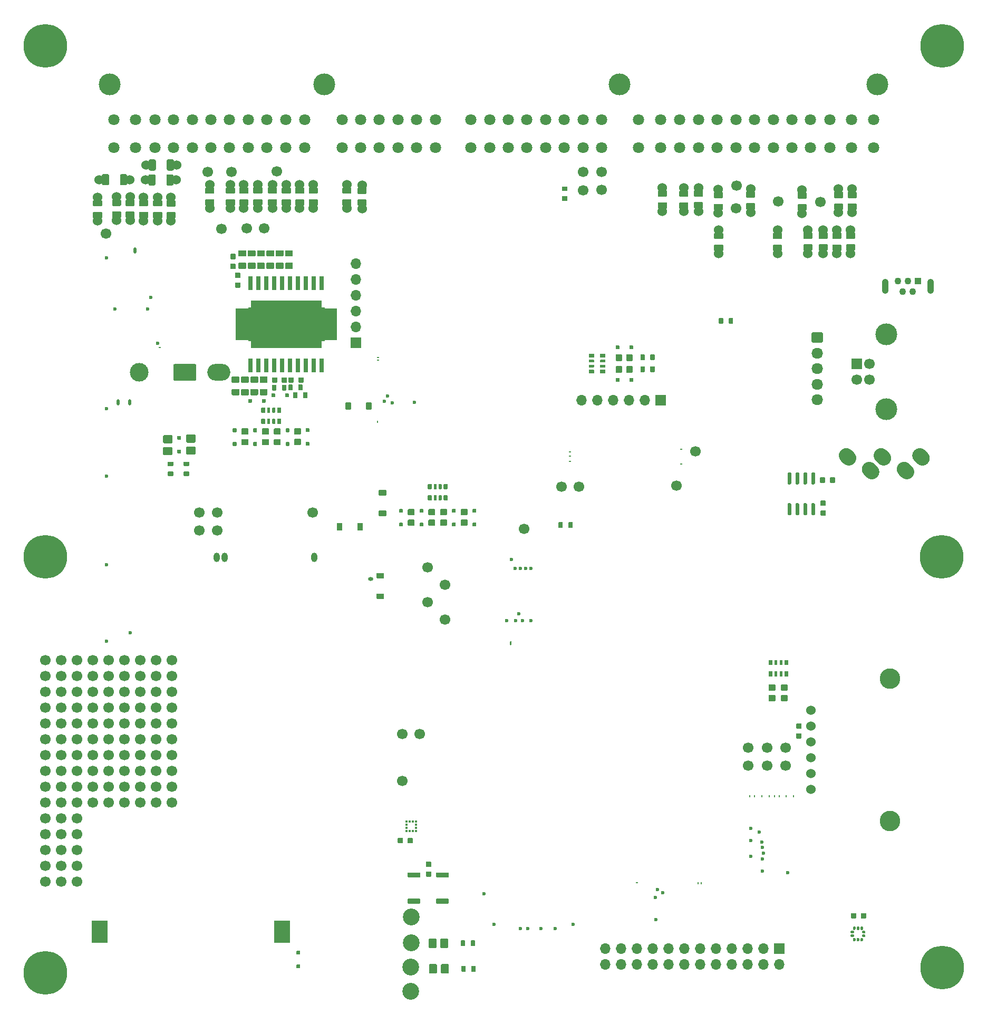
<source format=gts>
G04 #@! TF.GenerationSoftware,KiCad,Pcbnew,(5.99.0-10559-g8513ca974c)*
G04 #@! TF.CreationDate,2021-09-15T09:17:41+03:00*
G04 #@! TF.ProjectId,hellen64_NB1,68656c6c-656e-4363-945f-4e42312e6b69,b*
G04 #@! TF.SameCoordinates,PX141ef50PYa2cc1bc*
G04 #@! TF.FileFunction,Soldermask,Top*
G04 #@! TF.FilePolarity,Negative*
%FSLAX46Y46*%
G04 Gerber Fmt 4.6, Leading zero omitted, Abs format (unit mm)*
G04 Created by KiCad (PCBNEW (5.99.0-10559-g8513ca974c)) date 2021-09-15 09:17:41*
%MOMM*%
%LPD*%
G01*
G04 APERTURE LIST*
%ADD10C,0.010000*%
%ADD11C,0.599999*%
%ADD12O,0.499999X0.250000*%
%ADD13C,1.524000*%
%ADD14C,1.700000*%
%ADD15R,1.700000X1.700000*%
%ADD16O,1.700000X1.700000*%
%ADD17C,2.700000*%
%ADD18O,1.000001X1.500000*%
%ADD19O,0.800001X0.599999*%
%ADD20C,3.500120*%
%ADD21C,1.800000*%
%ADD22R,1.100000X1.100000*%
%ADD23C,1.100000*%
%ADD24O,1.100000X2.400000*%
%ADD25C,3.500000*%
%ADD26O,0.250000X0.499999*%
%ADD27C,3.302000*%
%ADD28C,7.000000*%
%ADD29R,0.375000X0.350000*%
%ADD30R,0.350000X0.375000*%
%ADD31R,2.600000X3.600000*%
%ADD32O,0.499999X1.000001*%
%ADD33O,0.499999X0.200000*%
%ADD34C,3.000000*%
%ADD35O,3.700000X2.700000*%
%ADD36C,0.600000*%
%ADD37O,0.200000X0.399999*%
%ADD38R,0.800000X2.200000*%
%ADD39R,2.032000X5.080000*%
%ADD40R,11.430000X7.620000*%
%ADD41O,1.850000X1.700000*%
G04 APERTURE END LIST*
D10*
G04 #@! TO.C,U5*
X49372130Y111896940D02*
X49772680Y111896940D01*
X49772680Y111896940D02*
X49772680Y106611020D01*
X49772680Y106611020D02*
X49372130Y106611020D01*
X49372130Y106611020D02*
X49372130Y111896940D01*
G36*
X49772680Y106611020D02*
G01*
X49372130Y106611020D01*
X49372130Y111896940D01*
X49772680Y111896940D01*
X49772680Y106611020D01*
G37*
X49772680Y106611020D02*
X49372130Y106611020D01*
X49372130Y111896940D01*
X49772680Y111896940D01*
X49772680Y106611020D01*
X37568530Y111896940D02*
X37987080Y111896940D01*
X37987080Y111896940D02*
X37987080Y106608480D01*
X37987080Y106608480D02*
X37568530Y106608480D01*
X37568530Y106608480D02*
X37568530Y111896940D01*
G36*
X37987080Y106608480D02*
G01*
X37568530Y106608480D01*
X37568530Y111896940D01*
X37987080Y111896940D01*
X37987080Y106608480D01*
G37*
X37987080Y106608480D02*
X37568530Y106608480D01*
X37568530Y111896940D01*
X37987080Y111896940D01*
X37987080Y106608480D01*
G04 #@! TD*
D11*
G04 #@! TO.C,M4*
X75468535Y17795040D03*
X77043549Y12890031D03*
X89747567Y12899094D03*
X81268539Y12220030D03*
X82443543Y12220030D03*
X84618537Y12220030D03*
X86843539Y12220030D03*
G04 #@! TD*
D12*
G04 #@! TO.C,M9*
X89261466Y87168744D03*
X89261466Y88043744D03*
X89261466Y88743745D03*
X107086464Y89193744D03*
X107086464Y86793741D03*
G04 #@! TD*
G04 #@! TO.C,R8*
G36*
G01*
X128075000Y121049999D02*
X126825000Y121049999D01*
G75*
G02*
X126725000Y121149999I0J100000D01*
G01*
X126725000Y121949999D01*
G75*
G02*
X126825000Y122049999I100000J0D01*
G01*
X128075000Y122049999D01*
G75*
G02*
X128175000Y121949999I0J-100000D01*
G01*
X128175000Y121149999D01*
G75*
G02*
X128075000Y121049999I-100000J0D01*
G01*
G37*
D13*
X127450000Y120595000D03*
X127450000Y124405000D03*
G36*
G01*
X128075000Y122950021D02*
X126825000Y122950021D01*
G75*
G02*
X126725000Y123050021I0J100000D01*
G01*
X126725000Y123850021D01*
G75*
G02*
X126825000Y123950021I100000J0D01*
G01*
X128075000Y123950021D01*
G75*
G02*
X128175000Y123850021I0J-100000D01*
G01*
X128175000Y123050021D01*
G75*
G02*
X128075000Y122950021I-100000J0D01*
G01*
G37*
G04 #@! TD*
G04 #@! TO.C,R32*
G36*
G01*
X48649428Y128280339D02*
X47399428Y128280339D01*
G75*
G02*
X47299428Y128380339I0J100000D01*
G01*
X47299428Y129180339D01*
G75*
G02*
X47399428Y129280339I100000J0D01*
G01*
X48649428Y129280339D01*
G75*
G02*
X48749428Y129180339I0J-100000D01*
G01*
X48749428Y128380339D01*
G75*
G02*
X48649428Y128280339I-100000J0D01*
G01*
G37*
X48024428Y127825340D03*
X48024428Y131635340D03*
G36*
G01*
X48649428Y130180361D02*
X47399428Y130180361D01*
G75*
G02*
X47299428Y130280361I0J100000D01*
G01*
X47299428Y131080361D01*
G75*
G02*
X47399428Y131180361I100000J0D01*
G01*
X48649428Y131180361D01*
G75*
G02*
X48749428Y131080361I0J-100000D01*
G01*
X48749428Y130280361D01*
G75*
G02*
X48649428Y130180361I-100000J0D01*
G01*
G37*
G04 #@! TD*
D14*
G04 #@! TO.C,P5*
X62302380Y35910220D03*
G04 #@! TD*
G04 #@! TO.C,P6*
X62302380Y43412400D03*
G04 #@! TD*
G04 #@! TO.C,P47*
X40126680Y124605340D03*
G04 #@! TD*
G04 #@! TO.C,R2*
G36*
G01*
X24710000Y87162500D02*
X25490000Y87162500D01*
G75*
G02*
X25560000Y87092500I0J-70000D01*
G01*
X25560000Y86532500D01*
G75*
G02*
X25490000Y86462500I-70000J0D01*
G01*
X24710000Y86462500D01*
G75*
G02*
X24640000Y86532500I0J70000D01*
G01*
X24640000Y87092500D01*
G75*
G02*
X24710000Y87162500I70000J0D01*
G01*
G37*
G36*
G01*
X24710000Y85562500D02*
X25490000Y85562500D01*
G75*
G02*
X25560000Y85492500I0J-70000D01*
G01*
X25560000Y84932500D01*
G75*
G02*
X25490000Y84862500I-70000J0D01*
G01*
X24710000Y84862500D01*
G75*
G02*
X24640000Y84932500I0J70000D01*
G01*
X24640000Y85492500D01*
G75*
G02*
X24710000Y85562500I70000J0D01*
G01*
G37*
G04 #@! TD*
D15*
G04 #@! TO.C,J27*
X103851680Y97005340D03*
D16*
X101311680Y97005340D03*
X98771680Y97005340D03*
X96231680Y97005340D03*
X93691680Y97005340D03*
X91151680Y97005340D03*
G04 #@! TD*
G04 #@! TO.C,R4*
G36*
G01*
X113151680Y109390340D02*
X113151680Y110170340D01*
G75*
G02*
X113221680Y110240340I70000J0D01*
G01*
X113781680Y110240340D01*
G75*
G02*
X113851680Y110170340I0J-70000D01*
G01*
X113851680Y109390340D01*
G75*
G02*
X113781680Y109320340I-70000J0D01*
G01*
X113221680Y109320340D01*
G75*
G02*
X113151680Y109390340I0J70000D01*
G01*
G37*
G36*
G01*
X114751680Y109390340D02*
X114751680Y110170340D01*
G75*
G02*
X114821680Y110240340I70000J0D01*
G01*
X115381680Y110240340D01*
G75*
G02*
X115451680Y110170340I0J-70000D01*
G01*
X115451680Y109390340D01*
G75*
G02*
X115381680Y109320340I-70000J0D01*
G01*
X114821680Y109320340D01*
G75*
G02*
X114751680Y109390340I0J70000D01*
G01*
G37*
G04 #@! TD*
D14*
G04 #@! TO.C,P19*
X115951680Y127855340D03*
G04 #@! TD*
D17*
G04 #@! TO.C,J19*
X63719659Y2136041D03*
G04 #@! TD*
G04 #@! TO.C,C3*
G36*
G01*
X61596678Y25965340D02*
X61596678Y26645340D01*
G75*
G02*
X61681678Y26730340I85000J0D01*
G01*
X62361678Y26730340D01*
G75*
G02*
X62446678Y26645340I0J-85000D01*
G01*
X62446678Y25965340D01*
G75*
G02*
X62361678Y25880340I-85000J0D01*
G01*
X61681678Y25880340D01*
G75*
G02*
X61596678Y25965340I0J85000D01*
G01*
G37*
G36*
G01*
X63176680Y25965340D02*
X63176680Y26645340D01*
G75*
G02*
X63261680Y26730340I85000J0D01*
G01*
X63941680Y26730340D01*
G75*
G02*
X64026680Y26645340I0J-85000D01*
G01*
X64026680Y25965340D01*
G75*
G02*
X63941680Y25880340I-85000J0D01*
G01*
X63261680Y25880340D01*
G75*
G02*
X63176680Y25965340I0J85000D01*
G01*
G37*
G04 #@! TD*
D14*
G04 #@! TO.C,G4*
X20210000Y45097322D03*
X20210000Y47637322D03*
X20210000Y50177322D03*
X20210000Y52717322D03*
X20210000Y55257322D03*
X22750000Y45097322D03*
X22750000Y47637322D03*
X22750000Y50177322D03*
X22750000Y52717322D03*
X22750000Y55257322D03*
X25290000Y45097322D03*
X25290000Y47637322D03*
X25290000Y50177322D03*
X25290000Y52717322D03*
X25290000Y55257322D03*
G04 #@! TD*
G04 #@! TO.C,R9*
G36*
G01*
X44026680Y98690340D02*
X44026680Y99470340D01*
G75*
G02*
X44096680Y99540340I70000J0D01*
G01*
X44656680Y99540340D01*
G75*
G02*
X44726680Y99470340I0J-70000D01*
G01*
X44726680Y98690340D01*
G75*
G02*
X44656680Y98620340I-70000J0D01*
G01*
X44096680Y98620340D01*
G75*
G02*
X44026680Y98690340I0J70000D01*
G01*
G37*
G36*
G01*
X45626680Y98690340D02*
X45626680Y99470340D01*
G75*
G02*
X45696680Y99540340I70000J0D01*
G01*
X46256680Y99540340D01*
G75*
G02*
X46326680Y99470340I0J-70000D01*
G01*
X46326680Y98690340D01*
G75*
G02*
X46256680Y98620340I-70000J0D01*
G01*
X45696680Y98620340D01*
G75*
G02*
X45626680Y98690340I0J70000D01*
G01*
G37*
G04 #@! TD*
G04 #@! TO.C,P10*
X91401680Y130755340D03*
G04 #@! TD*
D13*
G04 #@! TO.C,R21*
X55876680Y127800319D03*
G36*
G01*
X56501680Y128255318D02*
X55251680Y128255318D01*
G75*
G02*
X55151680Y128355318I0J100000D01*
G01*
X55151680Y129155318D01*
G75*
G02*
X55251680Y129255318I100000J0D01*
G01*
X56501680Y129255318D01*
G75*
G02*
X56601680Y129155318I0J-100000D01*
G01*
X56601680Y128355318D01*
G75*
G02*
X56501680Y128255318I-100000J0D01*
G01*
G37*
G36*
G01*
X56501680Y130155340D02*
X55251680Y130155340D01*
G75*
G02*
X55151680Y130255340I0J100000D01*
G01*
X55151680Y131055340D01*
G75*
G02*
X55251680Y131155340I100000J0D01*
G01*
X56501680Y131155340D01*
G75*
G02*
X56601680Y131055340I0J-100000D01*
G01*
X56601680Y130255340D01*
G75*
G02*
X56501680Y130155340I-100000J0D01*
G01*
G37*
X55876680Y131610319D03*
G04 #@! TD*
D14*
G04 #@! TO.C,P12*
X29701680Y79005340D03*
G04 #@! TD*
G04 #@! TO.C,G12*
X12590000Y32397322D03*
X12590000Y34937322D03*
X12590000Y37477322D03*
X12590000Y40017322D03*
X12590000Y42557322D03*
X15130000Y32397322D03*
X15130000Y34937322D03*
X15130000Y37477322D03*
X15130000Y40017322D03*
X15130000Y42557322D03*
X17670000Y32397322D03*
X17670000Y34937322D03*
X17670000Y37477322D03*
X17670000Y40017322D03*
X17670000Y42557322D03*
G04 #@! TD*
D18*
G04 #@! TO.C,M5*
X32559110Y71817999D03*
X33814975Y71817999D03*
X48190001Y71817999D03*
D19*
X57244999Y68321715D03*
G04 #@! TD*
D13*
G04 #@! TO.C,R36*
X31401680Y127825340D03*
G36*
G01*
X32026680Y128280339D02*
X30776680Y128280339D01*
G75*
G02*
X30676680Y128380339I0J100000D01*
G01*
X30676680Y129180339D01*
G75*
G02*
X30776680Y129280339I100000J0D01*
G01*
X32026680Y129280339D01*
G75*
G02*
X32126680Y129180339I0J-100000D01*
G01*
X32126680Y128380339D01*
G75*
G02*
X32026680Y128280339I-100000J0D01*
G01*
G37*
G36*
G01*
X32026680Y130180361D02*
X30776680Y130180361D01*
G75*
G02*
X30676680Y130280361I0J100000D01*
G01*
X30676680Y131080361D01*
G75*
G02*
X30776680Y131180361I100000J0D01*
G01*
X32026680Y131180361D01*
G75*
G02*
X32126680Y131080361I0J-100000D01*
G01*
X32126680Y130280361D01*
G75*
G02*
X32026680Y130180361I-100000J0D01*
G01*
G37*
X31401680Y131635340D03*
G04 #@! TD*
G04 #@! TO.C,D1*
G36*
G01*
X67906019Y6350340D02*
X67906019Y5110340D01*
G75*
G02*
X67776019Y4980340I-130000J0D01*
G01*
X66736019Y4980340D01*
G75*
G02*
X66606019Y5110340I0J130000D01*
G01*
X66606019Y6350340D01*
G75*
G02*
X66736019Y6480340I130000J0D01*
G01*
X67776019Y6480340D01*
G75*
G02*
X67906019Y6350340I0J-130000D01*
G01*
G37*
G36*
G01*
X69806040Y6350340D02*
X69806040Y5110340D01*
G75*
G02*
X69676040Y4980340I-130000J0D01*
G01*
X68636040Y4980340D01*
G75*
G02*
X68506040Y5110340I0J130000D01*
G01*
X68506040Y6350340D01*
G75*
G02*
X68636040Y6480340I130000J0D01*
G01*
X69676040Y6480340D01*
G75*
G02*
X69806040Y6350340I0J-130000D01*
G01*
G37*
G04 #@! TD*
G04 #@! TO.C,R48*
G36*
G01*
X113701680Y127555318D02*
X112451680Y127555318D01*
G75*
G02*
X112351680Y127655318I0J100000D01*
G01*
X112351680Y128455318D01*
G75*
G02*
X112451680Y128555318I100000J0D01*
G01*
X113701680Y128555318D01*
G75*
G02*
X113801680Y128455318I0J-100000D01*
G01*
X113801680Y127655318D01*
G75*
G02*
X113701680Y127555318I-100000J0D01*
G01*
G37*
X113076680Y127100319D03*
X113076680Y130910319D03*
G36*
G01*
X113701680Y129455340D02*
X112451680Y129455340D01*
G75*
G02*
X112351680Y129555340I0J100000D01*
G01*
X112351680Y130355340D01*
G75*
G02*
X112451680Y130455340I100000J0D01*
G01*
X113701680Y130455340D01*
G75*
G02*
X113801680Y130355340I0J-100000D01*
G01*
X113801680Y129555340D01*
G75*
G02*
X113701680Y129455340I-100000J0D01*
G01*
G37*
G04 #@! TD*
G04 #@! TO.C,D15*
G36*
G01*
X62411889Y79496090D02*
X62411889Y79016090D01*
G75*
G02*
X62351889Y78956090I-60000J0D01*
G01*
X61871889Y78956090D01*
G75*
G02*
X61811889Y79016090I0J60000D01*
G01*
X61811889Y79496090D01*
G75*
G02*
X61871889Y79556090I60000J0D01*
G01*
X62351889Y79556090D01*
G75*
G02*
X62411889Y79496090I0J-60000D01*
G01*
G37*
G36*
G01*
X62411889Y77296090D02*
X62411889Y76816090D01*
G75*
G02*
X62351889Y76756090I-60000J0D01*
G01*
X61871889Y76756090D01*
G75*
G02*
X61811889Y76816090I0J60000D01*
G01*
X61811889Y77296090D01*
G75*
G02*
X61871889Y77356090I60000J0D01*
G01*
X62351889Y77356090D01*
G75*
G02*
X62411889Y77296090I0J-60000D01*
G01*
G37*
G04 #@! TD*
G04 #@! TO.C,C7*
G36*
G01*
X34790197Y120526785D02*
X35470197Y120526785D01*
G75*
G02*
X35555197Y120441785I0J-85000D01*
G01*
X35555197Y119761785D01*
G75*
G02*
X35470197Y119676785I-85000J0D01*
G01*
X34790197Y119676785D01*
G75*
G02*
X34705197Y119761785I0J85000D01*
G01*
X34705197Y120441785D01*
G75*
G02*
X34790197Y120526785I85000J0D01*
G01*
G37*
G36*
G01*
X34790197Y118946783D02*
X35470197Y118946783D01*
G75*
G02*
X35555197Y118861783I0J-85000D01*
G01*
X35555197Y118181783D01*
G75*
G02*
X35470197Y118096783I-85000J0D01*
G01*
X34790197Y118096783D01*
G75*
G02*
X34705197Y118181783I0J85000D01*
G01*
X34705197Y118861783D01*
G75*
G02*
X34790197Y118946783I85000J0D01*
G01*
G37*
G04 #@! TD*
G04 #@! TO.C,C1*
G36*
G01*
X66211680Y22945341D02*
X66891680Y22945341D01*
G75*
G02*
X66976680Y22860341I0J-85000D01*
G01*
X66976680Y22180341D01*
G75*
G02*
X66891680Y22095341I-85000J0D01*
G01*
X66211680Y22095341D01*
G75*
G02*
X66126680Y22180341I0J85000D01*
G01*
X66126680Y22860341D01*
G75*
G02*
X66211680Y22945341I85000J0D01*
G01*
G37*
G36*
G01*
X66211680Y21365339D02*
X66891680Y21365339D01*
G75*
G02*
X66976680Y21280339I0J-85000D01*
G01*
X66976680Y20600339D01*
G75*
G02*
X66891680Y20515339I-85000J0D01*
G01*
X66211680Y20515339D01*
G75*
G02*
X66126680Y20600339I0J85000D01*
G01*
X66126680Y21280339D01*
G75*
G02*
X66211680Y21365339I85000J0D01*
G01*
G37*
G04 #@! TD*
D14*
G04 #@! TO.C,P15*
X91401680Y133680340D03*
G04 #@! TD*
G04 #@! TO.C,S1*
G36*
G01*
X63281680Y21205341D02*
X65121680Y21205341D01*
G75*
G02*
X65201680Y21125341I0J-80000D01*
G01*
X65201680Y20485341D01*
G75*
G02*
X65121680Y20405341I-80000J0D01*
G01*
X63281680Y20405341D01*
G75*
G02*
X63201680Y20485341I0J80000D01*
G01*
X63201680Y21125341D01*
G75*
G02*
X63281680Y21205341I80000J0D01*
G01*
G37*
G36*
G01*
X63281680Y17005340D02*
X65121680Y17005340D01*
G75*
G02*
X65201680Y16925340I0J-80000D01*
G01*
X65201680Y16285340D01*
G75*
G02*
X65121680Y16205340I-80000J0D01*
G01*
X63281680Y16205340D01*
G75*
G02*
X63201680Y16285340I0J80000D01*
G01*
X63201680Y16925340D01*
G75*
G02*
X63281680Y17005340I80000J0D01*
G01*
G37*
G04 #@! TD*
G04 #@! TO.C,D6*
G36*
G01*
X71811891Y79556089D02*
X72711891Y79556089D01*
G75*
G02*
X72811891Y79456089I0J-100000D01*
G01*
X72811891Y78656089D01*
G75*
G02*
X72711891Y78556089I-100000J0D01*
G01*
X71811891Y78556089D01*
G75*
G02*
X71711891Y78656089I0J100000D01*
G01*
X71711891Y79456089D01*
G75*
G02*
X71811891Y79556089I100000J0D01*
G01*
G37*
G36*
G01*
X71811891Y77856089D02*
X72711891Y77856089D01*
G75*
G02*
X72811891Y77756089I0J-100000D01*
G01*
X72811891Y76956089D01*
G75*
G02*
X72711891Y76856089I-100000J0D01*
G01*
X71811891Y76856089D01*
G75*
G02*
X71711891Y76956089I0J100000D01*
G01*
X71711891Y77756089D01*
G75*
G02*
X71811891Y77856089I100000J0D01*
G01*
G37*
G04 #@! TD*
G04 #@! TO.C,C4*
G36*
G01*
X131806682Y84545340D02*
X131806682Y83865340D01*
G75*
G02*
X131721682Y83780340I-85000J0D01*
G01*
X131041682Y83780340D01*
G75*
G02*
X130956682Y83865340I0J85000D01*
G01*
X130956682Y84545340D01*
G75*
G02*
X131041682Y84630340I85000J0D01*
G01*
X131721682Y84630340D01*
G75*
G02*
X131806682Y84545340I0J-85000D01*
G01*
G37*
G36*
G01*
X130226680Y84545340D02*
X130226680Y83865340D01*
G75*
G02*
X130141680Y83780340I-85000J0D01*
G01*
X129461680Y83780340D01*
G75*
G02*
X129376680Y83865340I0J85000D01*
G01*
X129376680Y84545340D01*
G75*
G02*
X129461680Y84630340I85000J0D01*
G01*
X130141680Y84630340D01*
G75*
G02*
X130226680Y84545340I0J-85000D01*
G01*
G37*
G04 #@! TD*
G04 #@! TO.C,R24*
G36*
G01*
X113751680Y121005339D02*
X112501680Y121005339D01*
G75*
G02*
X112401680Y121105339I0J100000D01*
G01*
X112401680Y121905339D01*
G75*
G02*
X112501680Y122005339I100000J0D01*
G01*
X113751680Y122005339D01*
G75*
G02*
X113851680Y121905339I0J-100000D01*
G01*
X113851680Y121105339D01*
G75*
G02*
X113751680Y121005339I-100000J0D01*
G01*
G37*
D13*
X113126680Y120550340D03*
G36*
G01*
X113751680Y122905361D02*
X112501680Y122905361D01*
G75*
G02*
X112401680Y123005361I0J100000D01*
G01*
X112401680Y123805361D01*
G75*
G02*
X112501680Y123905361I100000J0D01*
G01*
X113751680Y123905361D01*
G75*
G02*
X113851680Y123805361I0J-100000D01*
G01*
X113851680Y123005361D01*
G75*
G02*
X113751680Y122905361I-100000J0D01*
G01*
G37*
X113126680Y124360340D03*
G04 #@! TD*
G04 #@! TO.C,D28*
G36*
G01*
X55996680Y77215340D02*
X55996680Y76195340D01*
G75*
G02*
X55906680Y76105340I-90000J0D01*
G01*
X55186680Y76105340D01*
G75*
G02*
X55096680Y76195340I0J90000D01*
G01*
X55096680Y77215340D01*
G75*
G02*
X55186680Y77305340I90000J0D01*
G01*
X55906680Y77305340D01*
G75*
G02*
X55996680Y77215340I0J-90000D01*
G01*
G37*
G36*
G01*
X52696680Y77215340D02*
X52696680Y76195340D01*
G75*
G02*
X52606680Y76105340I-90000J0D01*
G01*
X51886680Y76105340D01*
G75*
G02*
X51796680Y76195340I0J90000D01*
G01*
X51796680Y77215340D01*
G75*
G02*
X51886680Y77305340I90000J0D01*
G01*
X52606680Y77305340D01*
G75*
G02*
X52696680Y77215340I0J-90000D01*
G01*
G37*
G04 #@! TD*
G04 #@! TO.C,R33*
X43701680Y127825340D03*
G36*
G01*
X44326680Y128280339D02*
X43076680Y128280339D01*
G75*
G02*
X42976680Y128380339I0J100000D01*
G01*
X42976680Y129180339D01*
G75*
G02*
X43076680Y129280339I100000J0D01*
G01*
X44326680Y129280339D01*
G75*
G02*
X44426680Y129180339I0J-100000D01*
G01*
X44426680Y128380339D01*
G75*
G02*
X44326680Y128280339I-100000J0D01*
G01*
G37*
G36*
G01*
X44326680Y130180361D02*
X43076680Y130180361D01*
G75*
G02*
X42976680Y130280361I0J100000D01*
G01*
X42976680Y131080361D01*
G75*
G02*
X43076680Y131180361I100000J0D01*
G01*
X44326680Y131180361D01*
G75*
G02*
X44426680Y131080361I0J-100000D01*
G01*
X44426680Y130280361D01*
G75*
G02*
X44326680Y130180361I-100000J0D01*
G01*
G37*
X43701680Y131635340D03*
G04 #@! TD*
G04 #@! TO.C,D12*
G36*
G01*
X74199386Y79494591D02*
X74199386Y79014591D01*
G75*
G02*
X74139386Y78954591I-60000J0D01*
G01*
X73659386Y78954591D01*
G75*
G02*
X73599386Y79014591I0J60000D01*
G01*
X73599386Y79494591D01*
G75*
G02*
X73659386Y79554591I60000J0D01*
G01*
X74139386Y79554591D01*
G75*
G02*
X74199386Y79494591I0J-60000D01*
G01*
G37*
G36*
G01*
X74199386Y77294591D02*
X74199386Y76814591D01*
G75*
G02*
X74139386Y76754591I-60000J0D01*
G01*
X73659386Y76754591D01*
G75*
G02*
X73599386Y76814591I0J60000D01*
G01*
X73599386Y77294591D01*
G75*
G02*
X73659386Y77354591I60000J0D01*
G01*
X74139386Y77354591D01*
G75*
G02*
X74199386Y77294591I0J-60000D01*
G01*
G37*
G04 #@! TD*
G04 #@! TO.C,R42*
G36*
G01*
X14016221Y126259437D02*
X12766221Y126259437D01*
G75*
G02*
X12666221Y126359437I0J100000D01*
G01*
X12666221Y127159437D01*
G75*
G02*
X12766221Y127259437I100000J0D01*
G01*
X14016221Y127259437D01*
G75*
G02*
X14116221Y127159437I0J-100000D01*
G01*
X14116221Y126359437D01*
G75*
G02*
X14016221Y126259437I-100000J0D01*
G01*
G37*
X13391221Y125804438D03*
X13391221Y129614438D03*
G36*
G01*
X14016221Y128159459D02*
X12766221Y128159459D01*
G75*
G02*
X12666221Y128259459I0J100000D01*
G01*
X12666221Y129059459D01*
G75*
G02*
X12766221Y129159459I100000J0D01*
G01*
X14016221Y129159459D01*
G75*
G02*
X14116221Y129059459I0J-100000D01*
G01*
X14116221Y128259459D01*
G75*
G02*
X14016221Y128159459I-100000J0D01*
G01*
G37*
G04 #@! TD*
D20*
G04 #@! TO.C,P2*
X138640980Y147779760D03*
X15340980Y147779760D03*
X49790980Y147779760D03*
X97190980Y147779760D03*
D21*
X15990980Y137579120D03*
X19488560Y137579120D03*
X22589900Y137579120D03*
X25589640Y137579120D03*
X28589380Y137579120D03*
X31589120Y137579120D03*
X34588860Y137579120D03*
X37588600Y137579120D03*
X40588340Y137579120D03*
X43588080Y137579120D03*
X46689420Y137579120D03*
X15990980Y142080000D03*
X19488560Y142080000D03*
X22589900Y142080000D03*
X25589640Y142080000D03*
X28589380Y142080000D03*
X31589120Y142080000D03*
X34588860Y142080000D03*
X37588600Y142080000D03*
X40588340Y142080000D03*
X43588080Y142080000D03*
X46689420Y142080000D03*
X73340980Y137579120D03*
X76340720Y137579120D03*
X79340460Y137579120D03*
X82340200Y137579120D03*
X85342480Y137579120D03*
X88342220Y137579120D03*
X91341960Y137579120D03*
X94341700Y137579120D03*
X73340980Y142080000D03*
X76340720Y142080000D03*
X79340460Y142080000D03*
X82340200Y142080000D03*
X85342480Y142080000D03*
X88342220Y142080000D03*
X91341960Y142080000D03*
X94341700Y142080000D03*
X100287840Y137579120D03*
X103787960Y137579120D03*
X106891840Y137579120D03*
X109891580Y137579120D03*
X112891320Y137579120D03*
X115891060Y137579120D03*
X118890800Y137579120D03*
X121890540Y137579120D03*
X124890280Y137579120D03*
X127890020Y137579120D03*
X130991360Y137579120D03*
X134491480Y137579120D03*
X137991600Y137579120D03*
X100287840Y142080000D03*
X103787960Y142080000D03*
X106891840Y142080000D03*
X109891580Y142080000D03*
X112891320Y142080000D03*
X115891060Y142080000D03*
X118890800Y142080000D03*
X121890540Y142080000D03*
X124890280Y142080000D03*
X127890020Y142080000D03*
X130991360Y142080000D03*
X134491480Y142080000D03*
X137991600Y142080000D03*
X52640980Y137579120D03*
X55640720Y137579120D03*
X58640460Y137579120D03*
X61640200Y137579120D03*
X64642480Y137579120D03*
X67642220Y137579120D03*
X52640980Y142080000D03*
X55640720Y142080000D03*
X58640460Y142080000D03*
X61640200Y142080000D03*
X64642480Y142080000D03*
X67642220Y142080000D03*
G04 #@! TD*
G04 #@! TO.C,D22*
G36*
G01*
X38989177Y92443841D02*
X38989177Y91963841D01*
G75*
G02*
X38929177Y91903841I-60000J0D01*
G01*
X38449177Y91903841D01*
G75*
G02*
X38389177Y91963841I0J60000D01*
G01*
X38389177Y92443841D01*
G75*
G02*
X38449177Y92503841I60000J0D01*
G01*
X38929177Y92503841D01*
G75*
G02*
X38989177Y92443841I0J-60000D01*
G01*
G37*
G36*
G01*
X38989177Y90243841D02*
X38989177Y89763841D01*
G75*
G02*
X38929177Y89703841I-60000J0D01*
G01*
X38449177Y89703841D01*
G75*
G02*
X38389177Y89763841I0J60000D01*
G01*
X38389177Y90243841D01*
G75*
G02*
X38449177Y90303841I60000J0D01*
G01*
X38929177Y90303841D01*
G75*
G02*
X38989177Y90243841I0J-60000D01*
G01*
G37*
G04 #@! TD*
D14*
G04 #@! TO.C,P56*
X42200000Y133780340D03*
G04 #@! TD*
G04 #@! TO.C,P52*
X129494479Y128900000D03*
G04 #@! TD*
G04 #@! TO.C,D11*
G36*
G01*
X28995000Y90212521D02*
X27755000Y90212521D01*
G75*
G02*
X27625000Y90342521I0J130000D01*
G01*
X27625000Y91382521D01*
G75*
G02*
X27755000Y91512521I130000J0D01*
G01*
X28995000Y91512521D01*
G75*
G02*
X29125000Y91382521I0J-130000D01*
G01*
X29125000Y90342521D01*
G75*
G02*
X28995000Y90212521I-130000J0D01*
G01*
G37*
G36*
G01*
X28995000Y88312500D02*
X27755000Y88312500D01*
G75*
G02*
X27625000Y88442500I0J130000D01*
G01*
X27625000Y89482500D01*
G75*
G02*
X27755000Y89612500I130000J0D01*
G01*
X28995000Y89612500D01*
G75*
G02*
X29125000Y89482500I0J-130000D01*
G01*
X29125000Y88442500D01*
G75*
G02*
X28995000Y88312500I-130000J0D01*
G01*
G37*
G04 #@! TD*
G04 #@! TO.C,C17*
G36*
G01*
X39526680Y100830340D02*
X40576680Y100830340D01*
G75*
G02*
X40676680Y100730340I0J-100000D01*
G01*
X40676680Y99930340D01*
G75*
G02*
X40576680Y99830340I-100000J0D01*
G01*
X39526680Y99830340D01*
G75*
G02*
X39426680Y99930340I0J100000D01*
G01*
X39426680Y100730340D01*
G75*
G02*
X39526680Y100830340I100000J0D01*
G01*
G37*
G36*
G01*
X39526680Y98830340D02*
X40576680Y98830340D01*
G75*
G02*
X40676680Y98730340I0J-100000D01*
G01*
X40676680Y97930340D01*
G75*
G02*
X40576680Y97830340I-100000J0D01*
G01*
X39526680Y97830340D01*
G75*
G02*
X39426680Y97930340I0J100000D01*
G01*
X39426680Y98730340D01*
G75*
G02*
X39526680Y98830340I100000J0D01*
G01*
G37*
G04 #@! TD*
G04 #@! TO.C,P44*
X90726680Y83130340D03*
G04 #@! TD*
G04 #@! TO.C,P13*
X32601680Y76105340D03*
G04 #@! TD*
G04 #@! TO.C,R11*
G36*
G01*
X88011680Y131355340D02*
X88791680Y131355340D01*
G75*
G02*
X88861680Y131285340I0J-70000D01*
G01*
X88861680Y130725340D01*
G75*
G02*
X88791680Y130655340I-70000J0D01*
G01*
X88011680Y130655340D01*
G75*
G02*
X87941680Y130725340I0J70000D01*
G01*
X87941680Y131285340D01*
G75*
G02*
X88011680Y131355340I70000J0D01*
G01*
G37*
G36*
G01*
X88011680Y129755340D02*
X88791680Y129755340D01*
G75*
G02*
X88861680Y129685340I0J-70000D01*
G01*
X88861680Y129125340D01*
G75*
G02*
X88791680Y129055340I-70000J0D01*
G01*
X88011680Y129055340D01*
G75*
G02*
X87941680Y129125340I0J70000D01*
G01*
X87941680Y129685340D01*
G75*
G02*
X88011680Y129755340I70000J0D01*
G01*
G37*
G04 #@! TD*
G04 #@! TO.C,R6*
G36*
G01*
X69611889Y83491090D02*
X69611889Y82821090D01*
G75*
G02*
X69546889Y82756090I-65000J0D01*
G01*
X69026889Y82756090D01*
G75*
G02*
X68961889Y82821090I0J65000D01*
G01*
X68961889Y83491090D01*
G75*
G02*
X69026889Y83556090I65000J0D01*
G01*
X69546889Y83556090D01*
G75*
G02*
X69611889Y83491090I0J-65000D01*
G01*
G37*
G36*
G01*
X68636889Y83511090D02*
X68636889Y82801090D01*
G75*
G02*
X68591889Y82756090I-45000J0D01*
G01*
X68231889Y82756090D01*
G75*
G02*
X68186889Y82801090I0J45000D01*
G01*
X68186889Y83511090D01*
G75*
G02*
X68231889Y83556090I45000J0D01*
G01*
X68591889Y83556090D01*
G75*
G02*
X68636889Y83511090I0J-45000D01*
G01*
G37*
G36*
G01*
X67836889Y83511090D02*
X67836889Y82801090D01*
G75*
G02*
X67791889Y82756090I-45000J0D01*
G01*
X67431889Y82756090D01*
G75*
G02*
X67386889Y82801090I0J45000D01*
G01*
X67386889Y83511090D01*
G75*
G02*
X67431889Y83556090I45000J0D01*
G01*
X67791889Y83556090D01*
G75*
G02*
X67836889Y83511090I0J-45000D01*
G01*
G37*
G36*
G01*
X67061889Y83491090D02*
X67061889Y82821090D01*
G75*
G02*
X66996889Y82756090I-65000J0D01*
G01*
X66476889Y82756090D01*
G75*
G02*
X66411889Y82821090I0J65000D01*
G01*
X66411889Y83491090D01*
G75*
G02*
X66476889Y83556090I65000J0D01*
G01*
X66996889Y83556090D01*
G75*
G02*
X67061889Y83491090I0J-65000D01*
G01*
G37*
G36*
G01*
X67061889Y81691090D02*
X67061889Y81021090D01*
G75*
G02*
X66996889Y80956090I-65000J0D01*
G01*
X66476889Y80956090D01*
G75*
G02*
X66411889Y81021090I0J65000D01*
G01*
X66411889Y81691090D01*
G75*
G02*
X66476889Y81756090I65000J0D01*
G01*
X66996889Y81756090D01*
G75*
G02*
X67061889Y81691090I0J-65000D01*
G01*
G37*
G36*
G01*
X67836889Y81711090D02*
X67836889Y81001090D01*
G75*
G02*
X67791889Y80956090I-45000J0D01*
G01*
X67431889Y80956090D01*
G75*
G02*
X67386889Y81001090I0J45000D01*
G01*
X67386889Y81711090D01*
G75*
G02*
X67431889Y81756090I45000J0D01*
G01*
X67791889Y81756090D01*
G75*
G02*
X67836889Y81711090I0J-45000D01*
G01*
G37*
G36*
G01*
X68636889Y81711090D02*
X68636889Y81001090D01*
G75*
G02*
X68591889Y80956090I-45000J0D01*
G01*
X68231889Y80956090D01*
G75*
G02*
X68186889Y81001090I0J45000D01*
G01*
X68186889Y81711090D01*
G75*
G02*
X68231889Y81756090I45000J0D01*
G01*
X68591889Y81756090D01*
G75*
G02*
X68636889Y81711090I0J-45000D01*
G01*
G37*
G36*
G01*
X69611889Y81691090D02*
X69611889Y81021090D01*
G75*
G02*
X69546889Y80956090I-65000J0D01*
G01*
X69026889Y80956090D01*
G75*
G02*
X68961889Y81021090I0J65000D01*
G01*
X68961889Y81691090D01*
G75*
G02*
X69026889Y81756090I65000J0D01*
G01*
X69546889Y81756090D01*
G75*
G02*
X69611889Y81691090I0J-65000D01*
G01*
G37*
G04 #@! TD*
D17*
G04 #@! TO.C,J20*
X63719659Y6008843D03*
G04 #@! TD*
D14*
G04 #@! TO.C,P29*
X120901680Y41205340D03*
G04 #@! TD*
G04 #@! TO.C,R43*
G36*
G01*
X54051680Y128280339D02*
X52801680Y128280339D01*
G75*
G02*
X52701680Y128380339I0J100000D01*
G01*
X52701680Y129180339D01*
G75*
G02*
X52801680Y129280339I100000J0D01*
G01*
X54051680Y129280339D01*
G75*
G02*
X54151680Y129180339I0J-100000D01*
G01*
X54151680Y128380339D01*
G75*
G02*
X54051680Y128280339I-100000J0D01*
G01*
G37*
D13*
X53426680Y127825340D03*
G36*
G01*
X54051680Y130180361D02*
X52801680Y130180361D01*
G75*
G02*
X52701680Y130280361I0J100000D01*
G01*
X52701680Y131080361D01*
G75*
G02*
X52801680Y131180361I100000J0D01*
G01*
X54051680Y131180361D01*
G75*
G02*
X54151680Y131080361I0J-100000D01*
G01*
X54151680Y130280361D01*
G75*
G02*
X54051680Y130180361I-100000J0D01*
G01*
G37*
X53426680Y131635340D03*
G04 #@! TD*
D22*
G04 #@! TO.C,J1*
X145101680Y116180340D03*
D23*
X144301680Y114430340D03*
X143501680Y116180340D03*
X142701680Y114430340D03*
X141901680Y116180340D03*
D24*
X147151680Y115305340D03*
X139851680Y115305340D03*
G04 #@! TD*
D15*
G04 #@! TO.C,J6*
X54901680Y106280340D03*
D16*
X54901680Y108820340D03*
X54901680Y111360340D03*
X54901680Y113900340D03*
X54901680Y116440340D03*
X54901680Y118980340D03*
G04 #@! TD*
G04 #@! TO.C,D30*
G36*
G01*
X96662380Y100599897D02*
X97142380Y100599897D01*
G75*
G02*
X97202380Y100539897I0J-60000D01*
G01*
X97202380Y100059897D01*
G75*
G02*
X97142380Y99999897I-60000J0D01*
G01*
X96662380Y99999897D01*
G75*
G02*
X96602380Y100059897I0J60000D01*
G01*
X96602380Y100539897D01*
G75*
G02*
X96662380Y100599897I60000J0D01*
G01*
G37*
G36*
G01*
X98862380Y100599897D02*
X99342380Y100599897D01*
G75*
G02*
X99402380Y100539897I0J-60000D01*
G01*
X99402380Y100059897D01*
G75*
G02*
X99342380Y99999897I-60000J0D01*
G01*
X98862380Y99999897D01*
G75*
G02*
X98802380Y100059897I0J60000D01*
G01*
X98802380Y100539897D01*
G75*
G02*
X98862380Y100599897I60000J0D01*
G01*
G37*
G04 #@! TD*
D14*
G04 #@! TO.C,P30*
X120901680Y38370220D03*
G04 #@! TD*
D15*
G04 #@! TO.C,J5*
X135316680Y102855340D03*
D14*
X135316680Y100355340D03*
X137316680Y100355340D03*
X137316680Y102855340D03*
D25*
X140026680Y95585340D03*
X140026680Y107625340D03*
G04 #@! TD*
D14*
G04 #@! TO.C,P4*
X65112640Y43410220D03*
G04 #@! TD*
G04 #@! TO.C,P25*
X123901680Y38370220D03*
G04 #@! TD*
D26*
G04 #@! TO.C,M8*
X58359046Y93574906D03*
D12*
X58409044Y103924900D03*
X58409044Y103424899D03*
D11*
X59459042Y96874902D03*
X59984042Y97749904D03*
X60734040Y96574900D03*
X64284041Y96649903D03*
G04 #@! TD*
D27*
G04 #@! TO.C,U2*
X140601680Y52290340D03*
X140601680Y29430340D03*
D13*
X127901680Y47210340D03*
X127901680Y44670340D03*
X127901680Y42130340D03*
X127901680Y39590340D03*
X127901680Y37050340D03*
X127901680Y34510340D03*
G04 #@! TD*
G04 #@! TO.C,R17*
G36*
G01*
X131751680Y130496041D02*
X133001680Y130496041D01*
G75*
G02*
X133101680Y130396041I0J-100000D01*
G01*
X133101680Y129596041D01*
G75*
G02*
X133001680Y129496041I-100000J0D01*
G01*
X131751680Y129496041D01*
G75*
G02*
X131651680Y129596041I0J100000D01*
G01*
X131651680Y130396041D01*
G75*
G02*
X131751680Y130496041I100000J0D01*
G01*
G37*
X132376680Y130951040D03*
X132376680Y127141040D03*
G36*
G01*
X131751680Y128596019D02*
X133001680Y128596019D01*
G75*
G02*
X133101680Y128496019I0J-100000D01*
G01*
X133101680Y127696019D01*
G75*
G02*
X133001680Y127596019I-100000J0D01*
G01*
X131751680Y127596019D01*
G75*
G02*
X131651680Y127696019I0J100000D01*
G01*
X131651680Y128496019D01*
G75*
G02*
X131751680Y128596019I100000J0D01*
G01*
G37*
G04 #@! TD*
D14*
G04 #@! TO.C,G6*
X4970000Y45097322D03*
X4970000Y47637322D03*
X4970000Y50177322D03*
X4970000Y52717322D03*
X4970000Y55257322D03*
X7510000Y45097322D03*
X7510000Y47637322D03*
X7510000Y50177322D03*
X7510000Y52717322D03*
X7510000Y55257322D03*
X10050000Y45097322D03*
X10050000Y47637322D03*
X10050000Y50177322D03*
X10050000Y52717322D03*
X10050000Y55257322D03*
G04 #@! TD*
G04 #@! TO.C,P55*
X116026680Y131505340D03*
G04 #@! TD*
G04 #@! TO.C,P17*
X69201680Y61805340D03*
G04 #@! TD*
D12*
G04 #@! TO.C,M13*
X99993545Y19553554D03*
D26*
X110343539Y19503556D03*
X109843538Y19503556D03*
D11*
X103293541Y18453558D03*
X104168543Y17928558D03*
X102993539Y17178560D03*
X103068542Y13628559D03*
G04 #@! TD*
G04 #@! TO.C,S2*
G36*
G01*
X67856680Y21205341D02*
X69696680Y21205341D01*
G75*
G02*
X69776680Y21125341I0J-80000D01*
G01*
X69776680Y20485341D01*
G75*
G02*
X69696680Y20405341I-80000J0D01*
G01*
X67856680Y20405341D01*
G75*
G02*
X67776680Y20485341I0J80000D01*
G01*
X67776680Y21125341D01*
G75*
G02*
X67856680Y21205341I80000J0D01*
G01*
G37*
G36*
G01*
X67856680Y17005340D02*
X69696680Y17005340D01*
G75*
G02*
X69776680Y16925340I0J-80000D01*
G01*
X69776680Y16285340D01*
G75*
G02*
X69696680Y16205340I-80000J0D01*
G01*
X67856680Y16205340D01*
G75*
G02*
X67776680Y16285340I0J80000D01*
G01*
X67776680Y16925340D01*
G75*
G02*
X67856680Y17005340I80000J0D01*
G01*
G37*
G04 #@! TD*
D14*
G04 #@! TO.C,P11*
X29701680Y76105340D03*
G04 #@! TD*
G04 #@! TO.C,P50*
X31051680Y133705340D03*
G04 #@! TD*
G04 #@! TO.C,R40*
G36*
G01*
X23666221Y126254437D02*
X22416221Y126254437D01*
G75*
G02*
X22316221Y126354437I0J100000D01*
G01*
X22316221Y127154437D01*
G75*
G02*
X22416221Y127254437I100000J0D01*
G01*
X23666221Y127254437D01*
G75*
G02*
X23766221Y127154437I0J-100000D01*
G01*
X23766221Y126354437D01*
G75*
G02*
X23666221Y126254437I-100000J0D01*
G01*
G37*
D13*
X23041221Y125799438D03*
G36*
G01*
X23666221Y128154459D02*
X22416221Y128154459D01*
G75*
G02*
X22316221Y128254459I0J100000D01*
G01*
X22316221Y129054459D01*
G75*
G02*
X22416221Y129154459I100000J0D01*
G01*
X23666221Y129154459D01*
G75*
G02*
X23766221Y129054459I0J-100000D01*
G01*
X23766221Y128254459D01*
G75*
G02*
X23666221Y128154459I-100000J0D01*
G01*
G37*
X23041221Y129609438D03*
G04 #@! TD*
G04 #@! TO.C,D23*
G36*
G01*
X35701680Y92445340D02*
X35701680Y91965340D01*
G75*
G02*
X35641680Y91905340I-60000J0D01*
G01*
X35161680Y91905340D01*
G75*
G02*
X35101680Y91965340I0J60000D01*
G01*
X35101680Y92445340D01*
G75*
G02*
X35161680Y92505340I60000J0D01*
G01*
X35641680Y92505340D01*
G75*
G02*
X35701680Y92445340I0J-60000D01*
G01*
G37*
G36*
G01*
X35701680Y90245340D02*
X35701680Y89765340D01*
G75*
G02*
X35641680Y89705340I-60000J0D01*
G01*
X35161680Y89705340D01*
G75*
G02*
X35101680Y89765340I0J60000D01*
G01*
X35101680Y90245340D01*
G75*
G02*
X35161680Y90305340I60000J0D01*
G01*
X35641680Y90305340D01*
G75*
G02*
X35701680Y90245340I0J-60000D01*
G01*
G37*
G04 #@! TD*
G04 #@! TO.C,D26*
G36*
G01*
X96602381Y103412402D02*
X96602381Y104312402D01*
G75*
G02*
X96702381Y104412402I100000J0D01*
G01*
X97502381Y104412402D01*
G75*
G02*
X97602381Y104312402I0J-100000D01*
G01*
X97602381Y103412402D01*
G75*
G02*
X97502381Y103312402I-100000J0D01*
G01*
X96702381Y103312402D01*
G75*
G02*
X96602381Y103412402I0J100000D01*
G01*
G37*
G36*
G01*
X98302381Y103412402D02*
X98302381Y104312402D01*
G75*
G02*
X98402381Y104412402I100000J0D01*
G01*
X99202381Y104412402D01*
G75*
G02*
X99302381Y104312402I0J-100000D01*
G01*
X99302381Y103412402D01*
G75*
G02*
X99202381Y103312402I-100000J0D01*
G01*
X98402381Y103312402D01*
G75*
G02*
X98302381Y103412402I0J100000D01*
G01*
G37*
G04 #@! TD*
G04 #@! TO.C,C16*
G36*
G01*
X43605197Y121111784D02*
X44655197Y121111784D01*
G75*
G02*
X44755197Y121011784I0J-100000D01*
G01*
X44755197Y120211784D01*
G75*
G02*
X44655197Y120111784I-100000J0D01*
G01*
X43605197Y120111784D01*
G75*
G02*
X43505197Y120211784I0J100000D01*
G01*
X43505197Y121011784D01*
G75*
G02*
X43605197Y121111784I100000J0D01*
G01*
G37*
G36*
G01*
X43605197Y119111784D02*
X44655197Y119111784D01*
G75*
G02*
X44755197Y119011784I0J-100000D01*
G01*
X44755197Y118211784D01*
G75*
G02*
X44655197Y118111784I-100000J0D01*
G01*
X43605197Y118111784D01*
G75*
G02*
X43505197Y118211784I0J100000D01*
G01*
X43505197Y119011784D01*
G75*
G02*
X43605197Y119111784I100000J0D01*
G01*
G37*
G04 #@! TD*
D28*
G04 #@! TO.C,J13*
X5000000Y5100000D03*
G04 #@! TD*
G04 #@! TO.C,R16*
G36*
G01*
X92367380Y104512400D02*
X93037380Y104512400D01*
G75*
G02*
X93102380Y104447400I0J-65000D01*
G01*
X93102380Y103927400D01*
G75*
G02*
X93037380Y103862400I-65000J0D01*
G01*
X92367380Y103862400D01*
G75*
G02*
X92302380Y103927400I0J65000D01*
G01*
X92302380Y104447400D01*
G75*
G02*
X92367380Y104512400I65000J0D01*
G01*
G37*
G36*
G01*
X92347380Y103537400D02*
X93057380Y103537400D01*
G75*
G02*
X93102380Y103492400I0J-45000D01*
G01*
X93102380Y103132400D01*
G75*
G02*
X93057380Y103087400I-45000J0D01*
G01*
X92347380Y103087400D01*
G75*
G02*
X92302380Y103132400I0J45000D01*
G01*
X92302380Y103492400D01*
G75*
G02*
X92347380Y103537400I45000J0D01*
G01*
G37*
G36*
G01*
X92347380Y102737400D02*
X93057380Y102737400D01*
G75*
G02*
X93102380Y102692400I0J-45000D01*
G01*
X93102380Y102332400D01*
G75*
G02*
X93057380Y102287400I-45000J0D01*
G01*
X92347380Y102287400D01*
G75*
G02*
X92302380Y102332400I0J45000D01*
G01*
X92302380Y102692400D01*
G75*
G02*
X92347380Y102737400I45000J0D01*
G01*
G37*
G36*
G01*
X92367380Y101962400D02*
X93037380Y101962400D01*
G75*
G02*
X93102380Y101897400I0J-65000D01*
G01*
X93102380Y101377400D01*
G75*
G02*
X93037380Y101312400I-65000J0D01*
G01*
X92367380Y101312400D01*
G75*
G02*
X92302380Y101377400I0J65000D01*
G01*
X92302380Y101897400D01*
G75*
G02*
X92367380Y101962400I65000J0D01*
G01*
G37*
G36*
G01*
X94167380Y101962400D02*
X94837380Y101962400D01*
G75*
G02*
X94902380Y101897400I0J-65000D01*
G01*
X94902380Y101377400D01*
G75*
G02*
X94837380Y101312400I-65000J0D01*
G01*
X94167380Y101312400D01*
G75*
G02*
X94102380Y101377400I0J65000D01*
G01*
X94102380Y101897400D01*
G75*
G02*
X94167380Y101962400I65000J0D01*
G01*
G37*
G36*
G01*
X94147380Y102737400D02*
X94857380Y102737400D01*
G75*
G02*
X94902380Y102692400I0J-45000D01*
G01*
X94902380Y102332400D01*
G75*
G02*
X94857380Y102287400I-45000J0D01*
G01*
X94147380Y102287400D01*
G75*
G02*
X94102380Y102332400I0J45000D01*
G01*
X94102380Y102692400D01*
G75*
G02*
X94147380Y102737400I45000J0D01*
G01*
G37*
G36*
G01*
X94147380Y103537400D02*
X94857380Y103537400D01*
G75*
G02*
X94902380Y103492400I0J-45000D01*
G01*
X94902380Y103132400D01*
G75*
G02*
X94857380Y103087400I-45000J0D01*
G01*
X94147380Y103087400D01*
G75*
G02*
X94102380Y103132400I0J45000D01*
G01*
X94102380Y103492400D01*
G75*
G02*
X94147380Y103537400I45000J0D01*
G01*
G37*
G36*
G01*
X94167380Y104512400D02*
X94837380Y104512400D01*
G75*
G02*
X94902380Y104447400I0J-65000D01*
G01*
X94902380Y103927400D01*
G75*
G02*
X94837380Y103862400I-65000J0D01*
G01*
X94167380Y103862400D01*
G75*
G02*
X94102380Y103927400I0J65000D01*
G01*
X94102380Y104447400D01*
G75*
G02*
X94167380Y104512400I65000J0D01*
G01*
G37*
G04 #@! TD*
G04 #@! TO.C,D9*
G36*
G01*
X63311891Y79556089D02*
X64211891Y79556089D01*
G75*
G02*
X64311891Y79456089I0J-100000D01*
G01*
X64311891Y78656089D01*
G75*
G02*
X64211891Y78556089I-100000J0D01*
G01*
X63311891Y78556089D01*
G75*
G02*
X63211891Y78656089I0J100000D01*
G01*
X63211891Y79456089D01*
G75*
G02*
X63311891Y79556089I100000J0D01*
G01*
G37*
G36*
G01*
X63311891Y77856089D02*
X64211891Y77856089D01*
G75*
G02*
X64311891Y77756089I0J-100000D01*
G01*
X64311891Y76956089D01*
G75*
G02*
X64211891Y76856089I-100000J0D01*
G01*
X63311891Y76856089D01*
G75*
G02*
X63211891Y76956089I0J100000D01*
G01*
X63211891Y77756089D01*
G75*
G02*
X63311891Y77856089I100000J0D01*
G01*
G37*
G04 #@! TD*
D14*
G04 #@! TO.C,P28*
X81913040Y76406220D03*
G04 #@! TD*
G04 #@! TO.C,P24*
X123901680Y41205340D03*
G04 #@! TD*
G04 #@! TO.C,D8*
G36*
G01*
X66611891Y79556089D02*
X67511891Y79556089D01*
G75*
G02*
X67611891Y79456089I0J-100000D01*
G01*
X67611891Y78656089D01*
G75*
G02*
X67511891Y78556089I-100000J0D01*
G01*
X66611891Y78556089D01*
G75*
G02*
X66511891Y78656089I0J100000D01*
G01*
X66511891Y79456089D01*
G75*
G02*
X66611891Y79556089I100000J0D01*
G01*
G37*
G36*
G01*
X66611891Y77856089D02*
X67511891Y77856089D01*
G75*
G02*
X67611891Y77756089I0J-100000D01*
G01*
X67611891Y76956089D01*
G75*
G02*
X67511891Y76856089I-100000J0D01*
G01*
X66611891Y76856089D01*
G75*
G02*
X66511891Y76956089I0J100000D01*
G01*
X66511891Y77756089D01*
G75*
G02*
X66611891Y77856089I100000J0D01*
G01*
G37*
G04 #@! TD*
G04 #@! TO.C,P8*
X94301680Y130805340D03*
G04 #@! TD*
G04 #@! TO.C,G9*
X4970000Y19697322D03*
X4970000Y22237322D03*
X4970000Y24777322D03*
X4970000Y27317322D03*
X4970000Y29857322D03*
X7510000Y19697322D03*
X7510000Y22237322D03*
X7510000Y24777322D03*
X7510000Y27317322D03*
X7510000Y29857322D03*
X10050000Y19697322D03*
X10050000Y22237322D03*
X10050000Y24777322D03*
X10050000Y27317322D03*
X10050000Y29857322D03*
G04 #@! TD*
G04 #@! TO.C,D14*
G36*
G01*
X65711889Y79496090D02*
X65711889Y79016090D01*
G75*
G02*
X65651889Y78956090I-60000J0D01*
G01*
X65171889Y78956090D01*
G75*
G02*
X65111889Y79016090I0J60000D01*
G01*
X65111889Y79496090D01*
G75*
G02*
X65171889Y79556090I60000J0D01*
G01*
X65651889Y79556090D01*
G75*
G02*
X65711889Y79496090I0J-60000D01*
G01*
G37*
G36*
G01*
X65711889Y77296090D02*
X65711889Y76816090D01*
G75*
G02*
X65651889Y76756090I-60000J0D01*
G01*
X65171889Y76756090D01*
G75*
G02*
X65111889Y76816090I0J60000D01*
G01*
X65111889Y77296090D01*
G75*
G02*
X65171889Y77356090I60000J0D01*
G01*
X65651889Y77356090D01*
G75*
G02*
X65711889Y77296090I0J-60000D01*
G01*
G37*
G04 #@! TD*
D17*
G04 #@! TO.C,J22*
X63726680Y14030340D03*
G04 #@! TD*
G04 #@! TO.C,C13*
G36*
G01*
X41655197Y118111784D02*
X40605197Y118111784D01*
G75*
G02*
X40505197Y118211784I0J100000D01*
G01*
X40505197Y119011784D01*
G75*
G02*
X40605197Y119111784I100000J0D01*
G01*
X41655197Y119111784D01*
G75*
G02*
X41755197Y119011784I0J-100000D01*
G01*
X41755197Y118211784D01*
G75*
G02*
X41655197Y118111784I-100000J0D01*
G01*
G37*
G36*
G01*
X41655197Y120111784D02*
X40605197Y120111784D01*
G75*
G02*
X40505197Y120211784I0J100000D01*
G01*
X40505197Y121011784D01*
G75*
G02*
X40605197Y121111784I100000J0D01*
G01*
X41655197Y121111784D01*
G75*
G02*
X41755197Y121011784I0J-100000D01*
G01*
X41755197Y120211784D01*
G75*
G02*
X41655197Y120111784I-100000J0D01*
G01*
G37*
G04 #@! TD*
G04 #@! TO.C,D29*
G36*
G01*
X96662380Y105812400D02*
X97142380Y105812400D01*
G75*
G02*
X97202380Y105752400I0J-60000D01*
G01*
X97202380Y105272400D01*
G75*
G02*
X97142380Y105212400I-60000J0D01*
G01*
X96662380Y105212400D01*
G75*
G02*
X96602380Y105272400I0J60000D01*
G01*
X96602380Y105752400D01*
G75*
G02*
X96662380Y105812400I60000J0D01*
G01*
G37*
G36*
G01*
X98862380Y105812400D02*
X99342380Y105812400D01*
G75*
G02*
X99402380Y105752400I0J-60000D01*
G01*
X99402380Y105272400D01*
G75*
G02*
X99342380Y105212400I-60000J0D01*
G01*
X98862380Y105212400D01*
G75*
G02*
X98802380Y105272400I0J60000D01*
G01*
X98802380Y105752400D01*
G75*
G02*
X98862380Y105812400I60000J0D01*
G01*
G37*
G04 #@! TD*
D13*
G04 #@! TO.C,R38*
X16441221Y125874438D03*
G36*
G01*
X17066221Y126329437D02*
X15816221Y126329437D01*
G75*
G02*
X15716221Y126429437I0J100000D01*
G01*
X15716221Y127229437D01*
G75*
G02*
X15816221Y127329437I100000J0D01*
G01*
X17066221Y127329437D01*
G75*
G02*
X17166221Y127229437I0J-100000D01*
G01*
X17166221Y126429437D01*
G75*
G02*
X17066221Y126329437I-100000J0D01*
G01*
G37*
X16441221Y129684438D03*
G36*
G01*
X17066221Y128229459D02*
X15816221Y128229459D01*
G75*
G02*
X15716221Y128329459I0J100000D01*
G01*
X15716221Y129129459D01*
G75*
G02*
X15816221Y129229459I100000J0D01*
G01*
X17066221Y129229459D01*
G75*
G02*
X17166221Y129129459I0J-100000D01*
G01*
X17166221Y128329459D01*
G75*
G02*
X17066221Y128229459I-100000J0D01*
G01*
G37*
G04 #@! TD*
G04 #@! TO.C,R44*
X126525000Y127045000D03*
G36*
G01*
X127150000Y127499999D02*
X125900000Y127499999D01*
G75*
G02*
X125800000Y127599999I0J100000D01*
G01*
X125800000Y128399999D01*
G75*
G02*
X125900000Y128499999I100000J0D01*
G01*
X127150000Y128499999D01*
G75*
G02*
X127250000Y128399999I0J-100000D01*
G01*
X127250000Y127599999D01*
G75*
G02*
X127150000Y127499999I-100000J0D01*
G01*
G37*
X126525000Y130855000D03*
G36*
G01*
X127150000Y129400021D02*
X125900000Y129400021D01*
G75*
G02*
X125800000Y129500021I0J100000D01*
G01*
X125800000Y130300021D01*
G75*
G02*
X125900000Y130400021I100000J0D01*
G01*
X127150000Y130400021D01*
G75*
G02*
X127250000Y130300021I0J-100000D01*
G01*
X127250000Y129500021D01*
G75*
G02*
X127150000Y129400021I-100000J0D01*
G01*
G37*
G04 #@! TD*
G04 #@! TO.C,C9*
G36*
G01*
X37155197Y118111784D02*
X36105197Y118111784D01*
G75*
G02*
X36005197Y118211784I0J100000D01*
G01*
X36005197Y119011784D01*
G75*
G02*
X36105197Y119111784I100000J0D01*
G01*
X37155197Y119111784D01*
G75*
G02*
X37255197Y119011784I0J-100000D01*
G01*
X37255197Y118211784D01*
G75*
G02*
X37155197Y118111784I-100000J0D01*
G01*
G37*
G36*
G01*
X37155197Y120111784D02*
X36105197Y120111784D01*
G75*
G02*
X36005197Y120211784I0J100000D01*
G01*
X36005197Y121011784D01*
G75*
G02*
X36105197Y121111784I100000J0D01*
G01*
X37155197Y121111784D01*
G75*
G02*
X37255197Y121011784I0J-100000D01*
G01*
X37255197Y120211784D01*
G75*
G02*
X37155197Y120111784I-100000J0D01*
G01*
G37*
G04 #@! TD*
G04 #@! TO.C,D16*
G36*
G01*
X45051680Y92512399D02*
X45951680Y92512399D01*
G75*
G02*
X46051680Y92412399I0J-100000D01*
G01*
X46051680Y91612399D01*
G75*
G02*
X45951680Y91512399I-100000J0D01*
G01*
X45051680Y91512399D01*
G75*
G02*
X44951680Y91612399I0J100000D01*
G01*
X44951680Y92412399D01*
G75*
G02*
X45051680Y92512399I100000J0D01*
G01*
G37*
G36*
G01*
X45051680Y90812399D02*
X45951680Y90812399D01*
G75*
G02*
X46051680Y90712399I0J-100000D01*
G01*
X46051680Y89912399D01*
G75*
G02*
X45951680Y89812399I-100000J0D01*
G01*
X45051680Y89812399D01*
G75*
G02*
X44951680Y89912399I0J100000D01*
G01*
X44951680Y90712399D01*
G75*
G02*
X45051680Y90812399I100000J0D01*
G01*
G37*
G04 #@! TD*
G04 #@! TO.C,M3*
G36*
G01*
X79638541Y57788843D02*
X79638541Y58238843D01*
G75*
G02*
X79763541Y58363843I125000J0D01*
G01*
X79763541Y58363843D01*
G75*
G02*
X79888541Y58238843I0J-125000D01*
G01*
X79888541Y57788843D01*
G75*
G02*
X79763541Y57663843I-125000J0D01*
G01*
X79763541Y57663843D01*
G75*
G02*
X79638541Y57788843I0J125000D01*
G01*
G37*
G04 #@! TD*
G04 #@! TO.C,R3*
G36*
G01*
X87401680Y76590340D02*
X87401680Y77370340D01*
G75*
G02*
X87471680Y77440340I70000J0D01*
G01*
X88031680Y77440340D01*
G75*
G02*
X88101680Y77370340I0J-70000D01*
G01*
X88101680Y76590340D01*
G75*
G02*
X88031680Y76520340I-70000J0D01*
G01*
X87471680Y76520340D01*
G75*
G02*
X87401680Y76590340I0J70000D01*
G01*
G37*
G36*
G01*
X89001680Y76590340D02*
X89001680Y77370340D01*
G75*
G02*
X89071680Y77440340I70000J0D01*
G01*
X89631680Y77440340D01*
G75*
G02*
X89701680Y77370340I0J-70000D01*
G01*
X89701680Y76590340D01*
G75*
G02*
X89631680Y76520340I-70000J0D01*
G01*
X89071680Y76520340D01*
G75*
G02*
X89001680Y76590340I0J70000D01*
G01*
G37*
G04 #@! TD*
G04 #@! TO.C,R10*
G36*
G01*
X43701680Y99445340D02*
X43701680Y98665340D01*
G75*
G02*
X43631680Y98595340I-70000J0D01*
G01*
X43071680Y98595340D01*
G75*
G02*
X43001680Y98665340I0J70000D01*
G01*
X43001680Y99445340D01*
G75*
G02*
X43071680Y99515340I70000J0D01*
G01*
X43631680Y99515340D01*
G75*
G02*
X43701680Y99445340I0J-70000D01*
G01*
G37*
G36*
G01*
X42101680Y99445340D02*
X42101680Y98665340D01*
G75*
G02*
X42031680Y98595340I-70000J0D01*
G01*
X41471680Y98595340D01*
G75*
G02*
X41401680Y98665340I0J70000D01*
G01*
X41401680Y99445340D01*
G75*
G02*
X41471680Y99515340I70000J0D01*
G01*
X42031680Y99515340D01*
G75*
G02*
X42101680Y99445340I0J-70000D01*
G01*
G37*
G04 #@! TD*
G04 #@! TO.C,D19*
G36*
G01*
X36601682Y92505339D02*
X37501682Y92505339D01*
G75*
G02*
X37601682Y92405339I0J-100000D01*
G01*
X37601682Y91605339D01*
G75*
G02*
X37501682Y91505339I-100000J0D01*
G01*
X36601682Y91505339D01*
G75*
G02*
X36501682Y91605339I0J100000D01*
G01*
X36501682Y92405339D01*
G75*
G02*
X36601682Y92505339I100000J0D01*
G01*
G37*
G36*
G01*
X36601682Y90805339D02*
X37501682Y90805339D01*
G75*
G02*
X37601682Y90705339I0J-100000D01*
G01*
X37601682Y89905339D01*
G75*
G02*
X37501682Y89805339I-100000J0D01*
G01*
X36601682Y89805339D01*
G75*
G02*
X36501682Y89905339I0J100000D01*
G01*
X36501682Y90705339D01*
G75*
G02*
X36601682Y90805339I100000J0D01*
G01*
G37*
G04 #@! TD*
G04 #@! TO.C,R30*
X34726680Y127825340D03*
G36*
G01*
X35351680Y128280339D02*
X34101680Y128280339D01*
G75*
G02*
X34001680Y128380339I0J100000D01*
G01*
X34001680Y129180339D01*
G75*
G02*
X34101680Y129280339I100000J0D01*
G01*
X35351680Y129280339D01*
G75*
G02*
X35451680Y129180339I0J-100000D01*
G01*
X35451680Y128380339D01*
G75*
G02*
X35351680Y128280339I-100000J0D01*
G01*
G37*
G36*
G01*
X35351680Y130180361D02*
X34101680Y130180361D01*
G75*
G02*
X34001680Y130280361I0J100000D01*
G01*
X34001680Y131080361D01*
G75*
G02*
X34101680Y131180361I100000J0D01*
G01*
X35351680Y131180361D01*
G75*
G02*
X35451680Y131080361I0J-100000D01*
G01*
X35451680Y130280361D01*
G75*
G02*
X35351680Y130180361I-100000J0D01*
G01*
G37*
X34726680Y131635340D03*
G04 #@! TD*
G04 #@! TO.C,D21*
G36*
G01*
X44201680Y92445340D02*
X44201680Y91965340D01*
G75*
G02*
X44141680Y91905340I-60000J0D01*
G01*
X43661680Y91905340D01*
G75*
G02*
X43601680Y91965340I0J60000D01*
G01*
X43601680Y92445340D01*
G75*
G02*
X43661680Y92505340I60000J0D01*
G01*
X44141680Y92505340D01*
G75*
G02*
X44201680Y92445340I0J-60000D01*
G01*
G37*
G36*
G01*
X44201680Y90245340D02*
X44201680Y89765340D01*
G75*
G02*
X44141680Y89705340I-60000J0D01*
G01*
X43661680Y89705340D01*
G75*
G02*
X43601680Y89765340I0J60000D01*
G01*
X43601680Y90245340D01*
G75*
G02*
X43661680Y90305340I60000J0D01*
G01*
X44141680Y90305340D01*
G75*
G02*
X44201680Y90245340I0J-60000D01*
G01*
G37*
G04 #@! TD*
D14*
G04 #@! TO.C,P48*
X34926680Y133705340D03*
G04 #@! TD*
G04 #@! TO.C,R31*
G36*
G01*
X130525000Y121050000D02*
X129275000Y121050000D01*
G75*
G02*
X129175000Y121150000I0J100000D01*
G01*
X129175000Y121950000D01*
G75*
G02*
X129275000Y122050000I100000J0D01*
G01*
X130525000Y122050000D01*
G75*
G02*
X130625000Y121950000I0J-100000D01*
G01*
X130625000Y121150000D01*
G75*
G02*
X130525000Y121050000I-100000J0D01*
G01*
G37*
D13*
X129900000Y120595001D03*
G36*
G01*
X130525000Y122950022D02*
X129275000Y122950022D01*
G75*
G02*
X129175000Y123050022I0J100000D01*
G01*
X129175000Y123850022D01*
G75*
G02*
X129275000Y123950022I100000J0D01*
G01*
X130525000Y123950022D01*
G75*
G02*
X130625000Y123850022I0J-100000D01*
G01*
X130625000Y123050022D01*
G75*
G02*
X130525000Y122950022I-100000J0D01*
G01*
G37*
X129900000Y124405001D03*
G04 #@! TD*
D28*
G04 #@! TO.C,J16*
X149000000Y153900000D03*
G04 #@! TD*
D14*
G04 #@! TO.C,P32*
X117901680Y38370220D03*
G04 #@! TD*
D29*
G04 #@! TO.C,U1*
X64564180Y27855340D03*
X64564180Y28355340D03*
X64564180Y28855340D03*
X64564180Y29355340D03*
D30*
X64051680Y29367840D03*
X63551680Y29367840D03*
D29*
X63039180Y29355340D03*
X63039180Y28855340D03*
X63039180Y28355340D03*
X63039180Y27855340D03*
D30*
X63551680Y27842840D03*
X64051680Y27842840D03*
G04 #@! TD*
D31*
G04 #@! TO.C,BT1*
X43051680Y11705340D03*
X13751680Y11705340D03*
G04 #@! TD*
G04 #@! TO.C,R5*
G36*
G01*
X27260000Y87162500D02*
X28040000Y87162500D01*
G75*
G02*
X28110000Y87092500I0J-70000D01*
G01*
X28110000Y86532500D01*
G75*
G02*
X28040000Y86462500I-70000J0D01*
G01*
X27260000Y86462500D01*
G75*
G02*
X27190000Y86532500I0J70000D01*
G01*
X27190000Y87092500D01*
G75*
G02*
X27260000Y87162500I70000J0D01*
G01*
G37*
G36*
G01*
X27260000Y85562500D02*
X28040000Y85562500D01*
G75*
G02*
X28110000Y85492500I0J-70000D01*
G01*
X28110000Y84932500D01*
G75*
G02*
X28040000Y84862500I-70000J0D01*
G01*
X27260000Y84862500D01*
G75*
G02*
X27190000Y84932500I0J70000D01*
G01*
X27190000Y85492500D01*
G75*
G02*
X27260000Y85562500I70000J0D01*
G01*
G37*
G04 #@! TD*
D28*
G04 #@! TO.C,J14*
X149000000Y5900000D03*
G04 #@! TD*
G04 #@! TO.C,D2*
G36*
G01*
X67826659Y10450340D02*
X67826659Y9210340D01*
G75*
G02*
X67696659Y9080340I-130000J0D01*
G01*
X66656659Y9080340D01*
G75*
G02*
X66526659Y9210340I0J130000D01*
G01*
X66526659Y10450340D01*
G75*
G02*
X66656659Y10580340I130000J0D01*
G01*
X67696659Y10580340D01*
G75*
G02*
X67826659Y10450340I0J-130000D01*
G01*
G37*
G36*
G01*
X69726680Y10450340D02*
X69726680Y9210340D01*
G75*
G02*
X69596680Y9080340I-130000J0D01*
G01*
X68556680Y9080340D01*
G75*
G02*
X68426680Y9210340I0J130000D01*
G01*
X68426680Y10450340D01*
G75*
G02*
X68556680Y10580340I130000J0D01*
G01*
X69596680Y10580340D01*
G75*
G02*
X69726680Y10450340I0J-130000D01*
G01*
G37*
G04 #@! TD*
D14*
G04 #@! TO.C,P9*
X94301680Y133680340D03*
G04 #@! TD*
G04 #@! TO.C,J25*
G36*
G01*
X136466020Y86792657D02*
X136466020Y86792657D01*
G75*
G02*
X138163076Y86792657I848528J-848528D01*
G01*
X138587340Y86368393D01*
G75*
G02*
X138587340Y84671337I-848528J-848528D01*
G01*
X138587340Y84671337D01*
G75*
G02*
X136890284Y84671337I-848528J848528D01*
G01*
X136466020Y85095601D01*
G75*
G02*
X136466020Y86792657I848528J848528D01*
G01*
G37*
G36*
G01*
X138366020Y88992657D02*
X138366020Y88992657D01*
G75*
G02*
X140063076Y88992657I848528J-848528D01*
G01*
X140487340Y88568393D01*
G75*
G02*
X140487340Y86871337I-848528J-848528D01*
G01*
X140487340Y86871337D01*
G75*
G02*
X138790284Y86871337I-848528J848528D01*
G01*
X138366020Y87295601D01*
G75*
G02*
X138366020Y88992657I848528J848528D01*
G01*
G37*
G36*
G01*
X144566020Y88992657D02*
X144566020Y88992657D01*
G75*
G02*
X146263076Y88992657I848528J-848528D01*
G01*
X146687340Y88568393D01*
G75*
G02*
X146687340Y86871337I-848528J-848528D01*
G01*
X146687340Y86871337D01*
G75*
G02*
X144990284Y86871337I-848528J848528D01*
G01*
X144566020Y87295601D01*
G75*
G02*
X144566020Y88992657I848528J848528D01*
G01*
G37*
G36*
G01*
X142066020Y86792657D02*
X142066020Y86792657D01*
G75*
G02*
X143763076Y86792657I848528J-848528D01*
G01*
X144187340Y86368393D01*
G75*
G02*
X144187340Y84671337I-848528J-848528D01*
G01*
X144187340Y84671337D01*
G75*
G02*
X142490284Y84671337I-848528J848528D01*
G01*
X142066020Y85095601D01*
G75*
G02*
X142066020Y86792657I848528J848528D01*
G01*
G37*
G36*
G01*
X132766020Y88992657D02*
X132766020Y88992657D01*
G75*
G02*
X134463076Y88992657I848528J-848528D01*
G01*
X134887340Y88568393D01*
G75*
G02*
X134887340Y86871337I-848528J-848528D01*
G01*
X134887340Y86871337D01*
G75*
G02*
X133190284Y86871337I-848528J848528D01*
G01*
X132766020Y87295601D01*
G75*
G02*
X132766020Y88992657I848528J848528D01*
G01*
G37*
G04 #@! TD*
G04 #@! TO.C,D10*
G36*
G01*
X25284740Y90112522D02*
X24044740Y90112522D01*
G75*
G02*
X23914740Y90242522I0J130000D01*
G01*
X23914740Y91282522D01*
G75*
G02*
X24044740Y91412522I130000J0D01*
G01*
X25284740Y91412522D01*
G75*
G02*
X25414740Y91282522I0J-130000D01*
G01*
X25414740Y90242522D01*
G75*
G02*
X25284740Y90112522I-130000J0D01*
G01*
G37*
G36*
G01*
X25284740Y88212501D02*
X24044740Y88212501D01*
G75*
G02*
X23914740Y88342501I0J130000D01*
G01*
X23914740Y89382501D01*
G75*
G02*
X24044740Y89512501I130000J0D01*
G01*
X25284740Y89512501D01*
G75*
G02*
X25414740Y89382501I0J-130000D01*
G01*
X25414740Y88342501D01*
G75*
G02*
X25284740Y88212501I-130000J0D01*
G01*
G37*
G04 #@! TD*
G04 #@! TO.C,G11*
X12590000Y45097322D03*
X12590000Y47637322D03*
X12590000Y50177322D03*
X12590000Y52717322D03*
X12590000Y55257322D03*
X15130000Y45097322D03*
X15130000Y47637322D03*
X15130000Y50177322D03*
X15130000Y52717322D03*
X15130000Y55257322D03*
X17670000Y45097322D03*
X17670000Y47637322D03*
X17670000Y50177322D03*
X17670000Y52717322D03*
X17670000Y55257322D03*
G04 #@! TD*
G04 #@! TO.C,P23*
X47901680Y79005340D03*
G04 #@! TD*
D32*
G04 #@! TO.C,M10*
X19362887Y121058985D03*
D33*
X23412897Y105533985D03*
D11*
X14862888Y119883984D03*
X16187892Y111658984D03*
X21420386Y111676489D03*
X21912892Y113558985D03*
X23037878Y106208992D03*
G04 #@! TD*
G04 #@! TO.C,D17*
G36*
G01*
X41801682Y92505339D02*
X42701682Y92505339D01*
G75*
G02*
X42801682Y92405339I0J-100000D01*
G01*
X42801682Y91605339D01*
G75*
G02*
X42701682Y91505339I-100000J0D01*
G01*
X41801682Y91505339D01*
G75*
G02*
X41701682Y91605339I0J100000D01*
G01*
X41701682Y92405339D01*
G75*
G02*
X41801682Y92505339I100000J0D01*
G01*
G37*
G36*
G01*
X41801682Y90805339D02*
X42701682Y90805339D01*
G75*
G02*
X42801682Y90705339I0J-100000D01*
G01*
X42801682Y89905339D01*
G75*
G02*
X42701682Y89805339I-100000J0D01*
G01*
X41801682Y89805339D01*
G75*
G02*
X41701682Y89905339I0J100000D01*
G01*
X41701682Y90705339D01*
G75*
G02*
X41801682Y90805339I100000J0D01*
G01*
G37*
G04 #@! TD*
G04 #@! TO.C,R19*
G36*
G01*
X47101680Y98220340D02*
X47101680Y97440340D01*
G75*
G02*
X47031680Y97370340I-70000J0D01*
G01*
X46471680Y97370340D01*
G75*
G02*
X46401680Y97440340I0J70000D01*
G01*
X46401680Y98220340D01*
G75*
G02*
X46471680Y98290340I70000J0D01*
G01*
X47031680Y98290340D01*
G75*
G02*
X47101680Y98220340I0J-70000D01*
G01*
G37*
G36*
G01*
X45501680Y98220340D02*
X45501680Y97440340D01*
G75*
G02*
X45431680Y97370340I-70000J0D01*
G01*
X44871680Y97370340D01*
G75*
G02*
X44801680Y97440340I0J70000D01*
G01*
X44801680Y98220340D01*
G75*
G02*
X44871680Y98290340I70000J0D01*
G01*
X45431680Y98290340D01*
G75*
G02*
X45501680Y98220340I0J-70000D01*
G01*
G37*
G04 #@! TD*
G04 #@! TO.C,D3*
G36*
G01*
X124130830Y48690850D02*
X123230830Y48690850D01*
G75*
G02*
X123130830Y48790850I0J100000D01*
G01*
X123130830Y49590850D01*
G75*
G02*
X123230830Y49690850I100000J0D01*
G01*
X124130830Y49690850D01*
G75*
G02*
X124230830Y49590850I0J-100000D01*
G01*
X124230830Y48790850D01*
G75*
G02*
X124130830Y48690850I-100000J0D01*
G01*
G37*
G36*
G01*
X124130830Y50390850D02*
X123230830Y50390850D01*
G75*
G02*
X123130830Y50490850I0J100000D01*
G01*
X123130830Y51290850D01*
G75*
G02*
X123230830Y51390850I100000J0D01*
G01*
X124130830Y51390850D01*
G75*
G02*
X124230830Y51290850I0J-100000D01*
G01*
X124230830Y50490850D01*
G75*
G02*
X124130830Y50390850I-100000J0D01*
G01*
G37*
G04 #@! TD*
D14*
G04 #@! TO.C,G7*
X20210000Y32397322D03*
X20210000Y34937322D03*
X20210000Y37477322D03*
X20210000Y40017322D03*
X20210000Y42557322D03*
X22750000Y32397322D03*
X22750000Y34937322D03*
X22750000Y37477322D03*
X22750000Y40017322D03*
X22750000Y42557322D03*
X25290000Y32397322D03*
X25290000Y34937322D03*
X25290000Y37477322D03*
X25290000Y40017322D03*
X25290000Y42557322D03*
G04 #@! TD*
G04 #@! TO.C,U3*
G36*
G01*
X128156680Y85455340D02*
X128456680Y85455340D01*
G75*
G02*
X128606680Y85305340I0J-150000D01*
G01*
X128606680Y83655340D01*
G75*
G02*
X128456680Y83505340I-150000J0D01*
G01*
X128156680Y83505340D01*
G75*
G02*
X128006680Y83655340I0J150000D01*
G01*
X128006680Y85305340D01*
G75*
G02*
X128156680Y85455340I150000J0D01*
G01*
G37*
G36*
G01*
X126886680Y85455340D02*
X127186680Y85455340D01*
G75*
G02*
X127336680Y85305340I0J-150000D01*
G01*
X127336680Y83655340D01*
G75*
G02*
X127186680Y83505340I-150000J0D01*
G01*
X126886680Y83505340D01*
G75*
G02*
X126736680Y83655340I0J150000D01*
G01*
X126736680Y85305340D01*
G75*
G02*
X126886680Y85455340I150000J0D01*
G01*
G37*
G36*
G01*
X125616680Y85455340D02*
X125916680Y85455340D01*
G75*
G02*
X126066680Y85305340I0J-150000D01*
G01*
X126066680Y83655340D01*
G75*
G02*
X125916680Y83505340I-150000J0D01*
G01*
X125616680Y83505340D01*
G75*
G02*
X125466680Y83655340I0J150000D01*
G01*
X125466680Y85305340D01*
G75*
G02*
X125616680Y85455340I150000J0D01*
G01*
G37*
G36*
G01*
X124346680Y85455340D02*
X124646680Y85455340D01*
G75*
G02*
X124796680Y85305340I0J-150000D01*
G01*
X124796680Y83655340D01*
G75*
G02*
X124646680Y83505340I-150000J0D01*
G01*
X124346680Y83505340D01*
G75*
G02*
X124196680Y83655340I0J150000D01*
G01*
X124196680Y85305340D01*
G75*
G02*
X124346680Y85455340I150000J0D01*
G01*
G37*
G36*
G01*
X124346680Y80505340D02*
X124646680Y80505340D01*
G75*
G02*
X124796680Y80355340I0J-150000D01*
G01*
X124796680Y78705340D01*
G75*
G02*
X124646680Y78555340I-150000J0D01*
G01*
X124346680Y78555340D01*
G75*
G02*
X124196680Y78705340I0J150000D01*
G01*
X124196680Y80355340D01*
G75*
G02*
X124346680Y80505340I150000J0D01*
G01*
G37*
G36*
G01*
X125616680Y80505340D02*
X125916680Y80505340D01*
G75*
G02*
X126066680Y80355340I0J-150000D01*
G01*
X126066680Y78705340D01*
G75*
G02*
X125916680Y78555340I-150000J0D01*
G01*
X125616680Y78555340D01*
G75*
G02*
X125466680Y78705340I0J150000D01*
G01*
X125466680Y80355340D01*
G75*
G02*
X125616680Y80505340I150000J0D01*
G01*
G37*
G36*
G01*
X126886680Y80505340D02*
X127186680Y80505340D01*
G75*
G02*
X127336680Y80355340I0J-150000D01*
G01*
X127336680Y78705340D01*
G75*
G02*
X127186680Y78555340I-150000J0D01*
G01*
X126886680Y78555340D01*
G75*
G02*
X126736680Y78705340I0J150000D01*
G01*
X126736680Y80355340D01*
G75*
G02*
X126886680Y80505340I150000J0D01*
G01*
G37*
G36*
G01*
X128156680Y80505340D02*
X128456680Y80505340D01*
G75*
G02*
X128606680Y80355340I0J-150000D01*
G01*
X128606680Y78705340D01*
G75*
G02*
X128456680Y78555340I-150000J0D01*
G01*
X128156680Y78555340D01*
G75*
G02*
X128006680Y78705340I0J150000D01*
G01*
X128006680Y80355340D01*
G75*
G02*
X128156680Y80505340I150000J0D01*
G01*
G37*
G04 #@! TD*
G04 #@! TO.C,U4*
G36*
G01*
X134301680Y11530340D02*
X134301680Y11730340D01*
G75*
G02*
X134401680Y11830340I100000J0D01*
G01*
X134751680Y11830340D01*
G75*
G02*
X134851680Y11730340I0J-100000D01*
G01*
X134851680Y11530340D01*
G75*
G02*
X134751680Y11430340I-100000J0D01*
G01*
X134401680Y11430340D01*
G75*
G02*
X134301680Y11530340I0J100000D01*
G01*
G37*
G36*
G01*
X134301680Y10930340D02*
X134301680Y11130340D01*
G75*
G02*
X134401680Y11230340I100000J0D01*
G01*
X134751680Y11230340D01*
G75*
G02*
X134851680Y11130340I0J-100000D01*
G01*
X134851680Y10930340D01*
G75*
G02*
X134751680Y10830340I-100000J0D01*
G01*
X134401680Y10830340D01*
G75*
G02*
X134301680Y10930340I0J100000D01*
G01*
G37*
G36*
G01*
X134701680Y10230340D02*
X134701680Y10580340D01*
G75*
G02*
X134801680Y10680340I100000J0D01*
G01*
X135001680Y10680340D01*
G75*
G02*
X135101680Y10580340I0J-100000D01*
G01*
X135101680Y10230340D01*
G75*
G02*
X135001680Y10130340I-100000J0D01*
G01*
X134801680Y10130340D01*
G75*
G02*
X134701680Y10230340I0J100000D01*
G01*
G37*
G36*
G01*
X135301680Y10230340D02*
X135301680Y10580340D01*
G75*
G02*
X135401680Y10680340I100000J0D01*
G01*
X135601680Y10680340D01*
G75*
G02*
X135701680Y10580340I0J-100000D01*
G01*
X135701680Y10230340D01*
G75*
G02*
X135601680Y10130340I-100000J0D01*
G01*
X135401680Y10130340D01*
G75*
G02*
X135301680Y10230340I0J100000D01*
G01*
G37*
G36*
G01*
X135901680Y10230340D02*
X135901680Y10580340D01*
G75*
G02*
X136001680Y10680340I100000J0D01*
G01*
X136201680Y10680340D01*
G75*
G02*
X136301680Y10580340I0J-100000D01*
G01*
X136301680Y10230340D01*
G75*
G02*
X136201680Y10130340I-100000J0D01*
G01*
X136001680Y10130340D01*
G75*
G02*
X135901680Y10230340I0J100000D01*
G01*
G37*
G36*
G01*
X136151680Y10930340D02*
X136151680Y11130340D01*
G75*
G02*
X136251680Y11230340I100000J0D01*
G01*
X136601680Y11230340D01*
G75*
G02*
X136701680Y11130340I0J-100000D01*
G01*
X136701680Y10930340D01*
G75*
G02*
X136601680Y10830340I-100000J0D01*
G01*
X136251680Y10830340D01*
G75*
G02*
X136151680Y10930340I0J100000D01*
G01*
G37*
G36*
G01*
X136151680Y11530340D02*
X136151680Y11730340D01*
G75*
G02*
X136251680Y11830340I100000J0D01*
G01*
X136601680Y11830340D01*
G75*
G02*
X136701680Y11730340I0J-100000D01*
G01*
X136701680Y11530340D01*
G75*
G02*
X136601680Y11430340I-100000J0D01*
G01*
X136251680Y11430340D01*
G75*
G02*
X136151680Y11530340I0J100000D01*
G01*
G37*
G36*
G01*
X135901680Y12080340D02*
X135901680Y12430340D01*
G75*
G02*
X136001680Y12530340I100000J0D01*
G01*
X136201680Y12530340D01*
G75*
G02*
X136301680Y12430340I0J-100000D01*
G01*
X136301680Y12080340D01*
G75*
G02*
X136201680Y11980340I-100000J0D01*
G01*
X136001680Y11980340D01*
G75*
G02*
X135901680Y12080340I0J100000D01*
G01*
G37*
G36*
G01*
X135301680Y12080340D02*
X135301680Y12430340D01*
G75*
G02*
X135401680Y12530340I100000J0D01*
G01*
X135601680Y12530340D01*
G75*
G02*
X135701680Y12430340I0J-100000D01*
G01*
X135701680Y12080340D01*
G75*
G02*
X135601680Y11980340I-100000J0D01*
G01*
X135401680Y11980340D01*
G75*
G02*
X135301680Y12080340I0J100000D01*
G01*
G37*
G36*
G01*
X134701680Y12080340D02*
X134701680Y12430340D01*
G75*
G02*
X134801680Y12530340I100000J0D01*
G01*
X135001680Y12530340D01*
G75*
G02*
X135101680Y12430340I0J-100000D01*
G01*
X135101680Y12080340D01*
G75*
G02*
X135001680Y11980340I-100000J0D01*
G01*
X134801680Y11980340D01*
G75*
G02*
X134701680Y12080340I0J100000D01*
G01*
G37*
G04 #@! TD*
D28*
G04 #@! TO.C,J15*
X148950800Y71900000D03*
G04 #@! TD*
G04 #@! TO.C,C20*
G36*
G01*
X36076680Y97830340D02*
X35026680Y97830340D01*
G75*
G02*
X34926680Y97930340I0J100000D01*
G01*
X34926680Y98730340D01*
G75*
G02*
X35026680Y98830340I100000J0D01*
G01*
X36076680Y98830340D01*
G75*
G02*
X36176680Y98730340I0J-100000D01*
G01*
X36176680Y97930340D01*
G75*
G02*
X36076680Y97830340I-100000J0D01*
G01*
G37*
G36*
G01*
X36076680Y99830340D02*
X35026680Y99830340D01*
G75*
G02*
X34926680Y99930340I0J100000D01*
G01*
X34926680Y100730340D01*
G75*
G02*
X35026680Y100830340I100000J0D01*
G01*
X36076680Y100830340D01*
G75*
G02*
X36176680Y100730340I0J-100000D01*
G01*
X36176680Y99930340D01*
G75*
G02*
X36076680Y99830340I-100000J0D01*
G01*
G37*
G04 #@! TD*
D13*
G04 #@! TO.C,R47*
X109897027Y127371405D03*
G36*
G01*
X110522027Y127826404D02*
X109272027Y127826404D01*
G75*
G02*
X109172027Y127926404I0J100000D01*
G01*
X109172027Y128726404D01*
G75*
G02*
X109272027Y128826404I100000J0D01*
G01*
X110522027Y128826404D01*
G75*
G02*
X110622027Y128726404I0J-100000D01*
G01*
X110622027Y127926404D01*
G75*
G02*
X110522027Y127826404I-100000J0D01*
G01*
G37*
X109897027Y131181405D03*
G36*
G01*
X110522027Y129726426D02*
X109272027Y129726426D01*
G75*
G02*
X109172027Y129826426I0J100000D01*
G01*
X109172027Y130626426D01*
G75*
G02*
X109272027Y130726426I100000J0D01*
G01*
X110522027Y130726426D01*
G75*
G02*
X110622027Y130626426I0J-100000D01*
G01*
X110622027Y129826426D01*
G75*
G02*
X110522027Y129726426I-100000J0D01*
G01*
G37*
G04 #@! TD*
G04 #@! TO.C,C10*
G36*
G01*
X43816681Y100620340D02*
X43816681Y99940340D01*
G75*
G02*
X43731681Y99855340I-85000J0D01*
G01*
X43051681Y99855340D01*
G75*
G02*
X42966681Y99940340I0J85000D01*
G01*
X42966681Y100620340D01*
G75*
G02*
X43051681Y100705340I85000J0D01*
G01*
X43731681Y100705340D01*
G75*
G02*
X43816681Y100620340I0J-85000D01*
G01*
G37*
G36*
G01*
X42236679Y100620340D02*
X42236679Y99940340D01*
G75*
G02*
X42151679Y99855340I-85000J0D01*
G01*
X41471679Y99855340D01*
G75*
G02*
X41386679Y99940340I0J85000D01*
G01*
X41386679Y100620340D01*
G75*
G02*
X41471679Y100705340I85000J0D01*
G01*
X42151679Y100705340D01*
G75*
G02*
X42236679Y100620340I0J-85000D01*
G01*
G37*
G04 #@! TD*
G04 #@! TO.C,F1*
G36*
G01*
X22469990Y131500000D02*
X21779990Y131500000D01*
G75*
G02*
X21549990Y131730000I0J230000D01*
G01*
X21549990Y133070000D01*
G75*
G02*
X21779990Y133300000I230000J0D01*
G01*
X22469990Y133300000D01*
G75*
G02*
X22699990Y133070000I0J-230000D01*
G01*
X22699990Y131730000D01*
G75*
G02*
X22469990Y131500000I-230000J0D01*
G01*
G37*
X21125000Y132400000D03*
G36*
G01*
X25370010Y131500000D02*
X24680010Y131500000D01*
G75*
G02*
X24450010Y131730000I0J230000D01*
G01*
X24450010Y133070000D01*
G75*
G02*
X24680010Y133300000I230000J0D01*
G01*
X25370010Y133300000D01*
G75*
G02*
X25600010Y133070000I0J-230000D01*
G01*
X25600010Y131730000D01*
G75*
G02*
X25370010Y131500000I-230000J0D01*
G01*
G37*
X26025000Y132400000D03*
G04 #@! TD*
G04 #@! TO.C,C14*
G36*
G01*
X35560000Y117515001D02*
X36240000Y117515001D01*
G75*
G02*
X36325000Y117430001I0J-85000D01*
G01*
X36325000Y116750001D01*
G75*
G02*
X36240000Y116665001I-85000J0D01*
G01*
X35560000Y116665001D01*
G75*
G02*
X35475000Y116750001I0J85000D01*
G01*
X35475000Y117430001D01*
G75*
G02*
X35560000Y117515001I85000J0D01*
G01*
G37*
G36*
G01*
X35560000Y115934999D02*
X36240000Y115934999D01*
G75*
G02*
X36325000Y115849999I0J-85000D01*
G01*
X36325000Y115169999D01*
G75*
G02*
X36240000Y115084999I-85000J0D01*
G01*
X35560000Y115084999D01*
G75*
G02*
X35475000Y115169999I0J85000D01*
G01*
X35475000Y115849999D01*
G75*
G02*
X35560000Y115934999I85000J0D01*
G01*
G37*
G04 #@! TD*
G04 #@! TO.C,R14*
G36*
G01*
X102852380Y104302400D02*
X102852380Y103522400D01*
G75*
G02*
X102782380Y103452400I-70000J0D01*
G01*
X102222380Y103452400D01*
G75*
G02*
X102152380Y103522400I0J70000D01*
G01*
X102152380Y104302400D01*
G75*
G02*
X102222380Y104372400I70000J0D01*
G01*
X102782380Y104372400D01*
G75*
G02*
X102852380Y104302400I0J-70000D01*
G01*
G37*
G36*
G01*
X101252380Y104302400D02*
X101252380Y103522400D01*
G75*
G02*
X101182380Y103452400I-70000J0D01*
G01*
X100622380Y103452400D01*
G75*
G02*
X100552380Y103522400I0J70000D01*
G01*
X100552380Y104302400D01*
G75*
G02*
X100622380Y104372400I70000J0D01*
G01*
X101182380Y104372400D01*
G75*
G02*
X101252380Y104302400I0J-70000D01*
G01*
G37*
G04 #@! TD*
G04 #@! TO.C,D5*
G36*
G01*
X26775000Y91252500D02*
X26775000Y90772500D01*
G75*
G02*
X26715000Y90712500I-60000J0D01*
G01*
X26235000Y90712500D01*
G75*
G02*
X26175000Y90772500I0J60000D01*
G01*
X26175000Y91252500D01*
G75*
G02*
X26235000Y91312500I60000J0D01*
G01*
X26715000Y91312500D01*
G75*
G02*
X26775000Y91252500I0J-60000D01*
G01*
G37*
G36*
G01*
X26775000Y89052500D02*
X26775000Y88572500D01*
G75*
G02*
X26715000Y88512500I-60000J0D01*
G01*
X26235000Y88512500D01*
G75*
G02*
X26175000Y88572500I0J60000D01*
G01*
X26175000Y89052500D01*
G75*
G02*
X26235000Y89112500I60000J0D01*
G01*
X26715000Y89112500D01*
G75*
G02*
X26775000Y89052500I0J-60000D01*
G01*
G37*
G04 #@! TD*
G04 #@! TO.C,F3*
X21175000Y134800000D03*
G36*
G01*
X22519990Y133900000D02*
X21829990Y133900000D01*
G75*
G02*
X21599990Y134130000I0J230000D01*
G01*
X21599990Y135470000D01*
G75*
G02*
X21829990Y135700000I230000J0D01*
G01*
X22519990Y135700000D01*
G75*
G02*
X22749990Y135470000I0J-230000D01*
G01*
X22749990Y134130000D01*
G75*
G02*
X22519990Y133900000I-230000J0D01*
G01*
G37*
X26075000Y134800000D03*
G36*
G01*
X25420010Y133900000D02*
X24730010Y133900000D01*
G75*
G02*
X24500010Y134130000I0J230000D01*
G01*
X24500010Y135470000D01*
G75*
G02*
X24730010Y135700000I230000J0D01*
G01*
X25420010Y135700000D01*
G75*
G02*
X25650010Y135470000I0J-230000D01*
G01*
X25650010Y134130000D01*
G75*
G02*
X25420010Y133900000I-230000J0D01*
G01*
G37*
G04 #@! TD*
G04 #@! TO.C,C11*
G36*
G01*
X38655197Y118111784D02*
X37605197Y118111784D01*
G75*
G02*
X37505197Y118211784I0J100000D01*
G01*
X37505197Y119011784D01*
G75*
G02*
X37605197Y119111784I100000J0D01*
G01*
X38655197Y119111784D01*
G75*
G02*
X38755197Y119011784I0J-100000D01*
G01*
X38755197Y118211784D01*
G75*
G02*
X38655197Y118111784I-100000J0D01*
G01*
G37*
G36*
G01*
X38655197Y120111784D02*
X37605197Y120111784D01*
G75*
G02*
X37505197Y120211784I0J100000D01*
G01*
X37505197Y121011784D01*
G75*
G02*
X37605197Y121111784I100000J0D01*
G01*
X38655197Y121111784D01*
G75*
G02*
X38755197Y121011784I0J-100000D01*
G01*
X38755197Y120211784D01*
G75*
G02*
X38655197Y120111784I-100000J0D01*
G01*
G37*
G04 #@! TD*
G04 #@! TO.C,C19*
G36*
G01*
X37576680Y97830340D02*
X36526680Y97830340D01*
G75*
G02*
X36426680Y97930340I0J100000D01*
G01*
X36426680Y98730340D01*
G75*
G02*
X36526680Y98830340I100000J0D01*
G01*
X37576680Y98830340D01*
G75*
G02*
X37676680Y98730340I0J-100000D01*
G01*
X37676680Y97930340D01*
G75*
G02*
X37576680Y97830340I-100000J0D01*
G01*
G37*
G36*
G01*
X37576680Y99830340D02*
X36526680Y99830340D01*
G75*
G02*
X36426680Y99930340I0J100000D01*
G01*
X36426680Y100730340D01*
G75*
G02*
X36526680Y100830340I100000J0D01*
G01*
X37576680Y100830340D01*
G75*
G02*
X37676680Y100730340I0J-100000D01*
G01*
X37676680Y99930340D01*
G75*
G02*
X37576680Y99830340I-100000J0D01*
G01*
G37*
G04 #@! TD*
D14*
G04 #@! TO.C,G5*
X4970000Y32397322D03*
X4970000Y34937322D03*
X4970000Y37477322D03*
X4970000Y40017322D03*
X4970000Y42557322D03*
X7510000Y32397322D03*
X7510000Y34937322D03*
X7510000Y37477322D03*
X7510000Y40017322D03*
X7510000Y42557322D03*
X10050000Y32397322D03*
X10050000Y34937322D03*
X10050000Y37477322D03*
X10050000Y40017322D03*
X10050000Y42557322D03*
G04 #@! TD*
G04 #@! TO.C,D31*
G36*
G01*
X53201680Y95595340D02*
X53201680Y96615340D01*
G75*
G02*
X53291680Y96705340I90000J0D01*
G01*
X54011680Y96705340D01*
G75*
G02*
X54101680Y96615340I0J-90000D01*
G01*
X54101680Y95595340D01*
G75*
G02*
X54011680Y95505340I-90000J0D01*
G01*
X53291680Y95505340D01*
G75*
G02*
X53201680Y95595340I0J90000D01*
G01*
G37*
G36*
G01*
X56501680Y95595340D02*
X56501680Y96615340D01*
G75*
G02*
X56591680Y96705340I90000J0D01*
G01*
X57311680Y96705340D01*
G75*
G02*
X57401680Y96615340I0J-90000D01*
G01*
X57401680Y95595340D01*
G75*
G02*
X57311680Y95505340I-90000J0D01*
G01*
X56591680Y95505340D01*
G75*
G02*
X56501680Y95595340I0J90000D01*
G01*
G37*
G04 #@! TD*
G04 #@! TO.C,R34*
G36*
G01*
X39747748Y128308558D02*
X38497748Y128308558D01*
G75*
G02*
X38397748Y128408558I0J100000D01*
G01*
X38397748Y129208558D01*
G75*
G02*
X38497748Y129308558I100000J0D01*
G01*
X39747748Y129308558D01*
G75*
G02*
X39847748Y129208558I0J-100000D01*
G01*
X39847748Y128408558D01*
G75*
G02*
X39747748Y128308558I-100000J0D01*
G01*
G37*
D13*
X39122748Y127853559D03*
X39122748Y131663559D03*
G36*
G01*
X39747748Y130208580D02*
X38497748Y130208580D01*
G75*
G02*
X38397748Y130308580I0J100000D01*
G01*
X38397748Y131108580D01*
G75*
G02*
X38497748Y131208580I100000J0D01*
G01*
X39747748Y131208580D01*
G75*
G02*
X39847748Y131108580I0J-100000D01*
G01*
X39847748Y130308580D01*
G75*
G02*
X39747748Y130208580I-100000J0D01*
G01*
G37*
G04 #@! TD*
G04 #@! TO.C,R35*
G36*
G01*
X25816221Y126234437D02*
X24566221Y126234437D01*
G75*
G02*
X24466221Y126334437I0J100000D01*
G01*
X24466221Y127134437D01*
G75*
G02*
X24566221Y127234437I100000J0D01*
G01*
X25816221Y127234437D01*
G75*
G02*
X25916221Y127134437I0J-100000D01*
G01*
X25916221Y126334437D01*
G75*
G02*
X25816221Y126234437I-100000J0D01*
G01*
G37*
X25191221Y125779438D03*
X25191221Y129589438D03*
G36*
G01*
X25816221Y128134459D02*
X24566221Y128134459D01*
G75*
G02*
X24466221Y128234459I0J100000D01*
G01*
X24466221Y129034459D01*
G75*
G02*
X24566221Y129134459I100000J0D01*
G01*
X25816221Y129134459D01*
G75*
G02*
X25916221Y129034459I0J-100000D01*
G01*
X25916221Y128234459D01*
G75*
G02*
X25816221Y128134459I-100000J0D01*
G01*
G37*
G04 #@! TD*
G04 #@! TO.C,D18*
G36*
G01*
X39901682Y92505339D02*
X40801682Y92505339D01*
G75*
G02*
X40901682Y92405339I0J-100000D01*
G01*
X40901682Y91605339D01*
G75*
G02*
X40801682Y91505339I-100000J0D01*
G01*
X39901682Y91505339D01*
G75*
G02*
X39801682Y91605339I0J100000D01*
G01*
X39801682Y92405339D01*
G75*
G02*
X39901682Y92505339I100000J0D01*
G01*
G37*
G36*
G01*
X39901682Y90805339D02*
X40801682Y90805339D01*
G75*
G02*
X40901682Y90705339I0J-100000D01*
G01*
X40901682Y89905339D01*
G75*
G02*
X40801682Y89805339I-100000J0D01*
G01*
X39901682Y89805339D01*
G75*
G02*
X39801682Y89905339I0J100000D01*
G01*
X39801682Y90705339D01*
G75*
G02*
X39901682Y90805339I100000J0D01*
G01*
G37*
G04 #@! TD*
G04 #@! TO.C,D20*
G36*
G01*
X47401680Y92450901D02*
X47401680Y91970901D01*
G75*
G02*
X47341680Y91910901I-60000J0D01*
G01*
X46861680Y91910901D01*
G75*
G02*
X46801680Y91970901I0J60000D01*
G01*
X46801680Y92450901D01*
G75*
G02*
X46861680Y92510901I60000J0D01*
G01*
X47341680Y92510901D01*
G75*
G02*
X47401680Y92450901I0J-60000D01*
G01*
G37*
G36*
G01*
X47401680Y90250901D02*
X47401680Y89770901D01*
G75*
G02*
X47341680Y89710901I-60000J0D01*
G01*
X46861680Y89710901D01*
G75*
G02*
X46801680Y89770901I0J60000D01*
G01*
X46801680Y90250901D01*
G75*
G02*
X46861680Y90310901I60000J0D01*
G01*
X47341680Y90310901D01*
G75*
G02*
X47401680Y90250901I0J-60000D01*
G01*
G37*
G04 #@! TD*
G04 #@! TO.C,D33*
G36*
G01*
X40315182Y96617842D02*
X39835182Y96617842D01*
G75*
G02*
X39775182Y96677842I0J60000D01*
G01*
X39775182Y97157842D01*
G75*
G02*
X39835182Y97217842I60000J0D01*
G01*
X40315182Y97217842D01*
G75*
G02*
X40375182Y97157842I0J-60000D01*
G01*
X40375182Y96677842D01*
G75*
G02*
X40315182Y96617842I-60000J0D01*
G01*
G37*
G36*
G01*
X38115182Y96617842D02*
X37635182Y96617842D01*
G75*
G02*
X37575182Y96677842I0J60000D01*
G01*
X37575182Y97157842D01*
G75*
G02*
X37635182Y97217842I60000J0D01*
G01*
X38115182Y97217842D01*
G75*
G02*
X38175182Y97157842I0J-60000D01*
G01*
X38175182Y96677842D01*
G75*
G02*
X38115182Y96617842I-60000J0D01*
G01*
G37*
G04 #@! TD*
G04 #@! TO.C,D27*
G36*
G01*
X96602381Y101512402D02*
X96602381Y102412402D01*
G75*
G02*
X96702381Y102512402I100000J0D01*
G01*
X97502381Y102512402D01*
G75*
G02*
X97602381Y102412402I0J-100000D01*
G01*
X97602381Y101512402D01*
G75*
G02*
X97502381Y101412402I-100000J0D01*
G01*
X96702381Y101412402D01*
G75*
G02*
X96602381Y101512402I0J100000D01*
G01*
G37*
G36*
G01*
X98302381Y101512402D02*
X98302381Y102412402D01*
G75*
G02*
X98402381Y102512402I100000J0D01*
G01*
X99202381Y102512402D01*
G75*
G02*
X99302381Y102412402I0J-100000D01*
G01*
X99302381Y101512402D01*
G75*
G02*
X99202381Y101412402I-100000J0D01*
G01*
X98402381Y101412402D01*
G75*
G02*
X98302381Y101512402I0J100000D01*
G01*
G37*
G04 #@! TD*
D14*
G04 #@! TO.C,P14*
X32601680Y78984220D03*
G04 #@! TD*
G04 #@! TO.C,C18*
G36*
G01*
X38026680Y100830340D02*
X39076680Y100830340D01*
G75*
G02*
X39176680Y100730340I0J-100000D01*
G01*
X39176680Y99930340D01*
G75*
G02*
X39076680Y99830340I-100000J0D01*
G01*
X38026680Y99830340D01*
G75*
G02*
X37926680Y99930340I0J100000D01*
G01*
X37926680Y100730340D01*
G75*
G02*
X38026680Y100830340I100000J0D01*
G01*
G37*
G36*
G01*
X38026680Y98830340D02*
X39076680Y98830340D01*
G75*
G02*
X39176680Y98730340I0J-100000D01*
G01*
X39176680Y97930340D01*
G75*
G02*
X39076680Y97830340I-100000J0D01*
G01*
X38026680Y97830340D01*
G75*
G02*
X37926680Y97930340I0J100000D01*
G01*
X37926680Y98730340D01*
G75*
G02*
X38026680Y98830340I100000J0D01*
G01*
G37*
G04 #@! TD*
G04 #@! TO.C,R22*
G36*
G01*
X42097748Y128305339D02*
X40847748Y128305339D01*
G75*
G02*
X40747748Y128405339I0J100000D01*
G01*
X40747748Y129205339D01*
G75*
G02*
X40847748Y129305339I100000J0D01*
G01*
X42097748Y129305339D01*
G75*
G02*
X42197748Y129205339I0J-100000D01*
G01*
X42197748Y128405339D01*
G75*
G02*
X42097748Y128305339I-100000J0D01*
G01*
G37*
D13*
X41472748Y127850340D03*
X41472748Y131660340D03*
G36*
G01*
X42097748Y130205361D02*
X40847748Y130205361D01*
G75*
G02*
X40747748Y130305361I0J100000D01*
G01*
X40747748Y131105361D01*
G75*
G02*
X40847748Y131205361I100000J0D01*
G01*
X42097748Y131205361D01*
G75*
G02*
X42197748Y131105361I0J-100000D01*
G01*
X42197748Y130305361D01*
G75*
G02*
X42097748Y130205361I-100000J0D01*
G01*
G37*
G04 #@! TD*
G04 #@! TO.C,R37*
G36*
G01*
X21416221Y126279437D02*
X20166221Y126279437D01*
G75*
G02*
X20066221Y126379437I0J100000D01*
G01*
X20066221Y127179437D01*
G75*
G02*
X20166221Y127279437I100000J0D01*
G01*
X21416221Y127279437D01*
G75*
G02*
X21516221Y127179437I0J-100000D01*
G01*
X21516221Y126379437D01*
G75*
G02*
X21416221Y126279437I-100000J0D01*
G01*
G37*
X20791221Y125824438D03*
G36*
G01*
X21416221Y128179459D02*
X20166221Y128179459D01*
G75*
G02*
X20066221Y128279459I0J100000D01*
G01*
X20066221Y129079459D01*
G75*
G02*
X20166221Y129179459I100000J0D01*
G01*
X21416221Y129179459D01*
G75*
G02*
X21516221Y129079459I0J-100000D01*
G01*
X21516221Y128279459D01*
G75*
G02*
X21416221Y128179459I-100000J0D01*
G01*
G37*
X20791221Y129634438D03*
G04 #@! TD*
D28*
G04 #@! TO.C,J11*
X5000000Y153900000D03*
G04 #@! TD*
G04 #@! TO.C,R28*
G36*
G01*
X46474428Y128280339D02*
X45224428Y128280339D01*
G75*
G02*
X45124428Y128380339I0J100000D01*
G01*
X45124428Y129180339D01*
G75*
G02*
X45224428Y129280339I100000J0D01*
G01*
X46474428Y129280339D01*
G75*
G02*
X46574428Y129180339I0J-100000D01*
G01*
X46574428Y128380339D01*
G75*
G02*
X46474428Y128280339I-100000J0D01*
G01*
G37*
D13*
X45849428Y127825340D03*
X45849428Y131635340D03*
G36*
G01*
X46474428Y130180361D02*
X45224428Y130180361D01*
G75*
G02*
X45124428Y130280361I0J100000D01*
G01*
X45124428Y131080361D01*
G75*
G02*
X45224428Y131180361I100000J0D01*
G01*
X46474428Y131180361D01*
G75*
G02*
X46574428Y131080361I0J-100000D01*
G01*
X46574428Y130280361D01*
G75*
G02*
X46474428Y130180361I-100000J0D01*
G01*
G37*
G04 #@! TD*
G04 #@! TO.C,R26*
X134312640Y120595340D03*
G36*
G01*
X134937640Y121050339D02*
X133687640Y121050339D01*
G75*
G02*
X133587640Y121150339I0J100000D01*
G01*
X133587640Y121950339D01*
G75*
G02*
X133687640Y122050339I100000J0D01*
G01*
X134937640Y122050339D01*
G75*
G02*
X135037640Y121950339I0J-100000D01*
G01*
X135037640Y121150339D01*
G75*
G02*
X134937640Y121050339I-100000J0D01*
G01*
G37*
X134312640Y124405340D03*
G36*
G01*
X134937640Y122950361D02*
X133687640Y122950361D01*
G75*
G02*
X133587640Y123050361I0J100000D01*
G01*
X133587640Y123850361D01*
G75*
G02*
X133687640Y123950361I100000J0D01*
G01*
X134937640Y123950361D01*
G75*
G02*
X135037640Y123850361I0J-100000D01*
G01*
X135037640Y123050361D01*
G75*
G02*
X134937640Y122950361I-100000J0D01*
G01*
G37*
G04 #@! TD*
G04 #@! TO.C,D24*
G36*
G01*
X45314183Y5866838D02*
X45314183Y6346838D01*
G75*
G02*
X45374183Y6406838I60000J0D01*
G01*
X45854183Y6406838D01*
G75*
G02*
X45914183Y6346838I0J-60000D01*
G01*
X45914183Y5866838D01*
G75*
G02*
X45854183Y5806838I-60000J0D01*
G01*
X45374183Y5806838D01*
G75*
G02*
X45314183Y5866838I0J60000D01*
G01*
G37*
G36*
G01*
X45314183Y8066838D02*
X45314183Y8546838D01*
G75*
G02*
X45374183Y8606838I60000J0D01*
G01*
X45854183Y8606838D01*
G75*
G02*
X45914183Y8546838I0J-60000D01*
G01*
X45914183Y8066838D01*
G75*
G02*
X45854183Y8006838I-60000J0D01*
G01*
X45374183Y8006838D01*
G75*
G02*
X45314183Y8066838I0J60000D01*
G01*
G37*
G04 #@! TD*
D14*
G04 #@! TO.C,P22*
X69201680Y67405340D03*
G04 #@! TD*
G04 #@! TO.C,R25*
G36*
G01*
X135176680Y127596039D02*
X133926680Y127596039D01*
G75*
G02*
X133826680Y127696039I0J100000D01*
G01*
X133826680Y128496039D01*
G75*
G02*
X133926680Y128596039I100000J0D01*
G01*
X135176680Y128596039D01*
G75*
G02*
X135276680Y128496039I0J-100000D01*
G01*
X135276680Y127696039D01*
G75*
G02*
X135176680Y127596039I-100000J0D01*
G01*
G37*
D13*
X134551680Y127141040D03*
G36*
G01*
X135176680Y129496061D02*
X133926680Y129496061D01*
G75*
G02*
X133826680Y129596061I0J100000D01*
G01*
X133826680Y130396061D01*
G75*
G02*
X133926680Y130496061I100000J0D01*
G01*
X135176680Y130496061D01*
G75*
G02*
X135276680Y130396061I0J-100000D01*
G01*
X135276680Y129596061D01*
G75*
G02*
X135176680Y129496061I-100000J0D01*
G01*
G37*
X134551680Y130951040D03*
G04 #@! TD*
G04 #@! TO.C,C8*
G36*
G01*
X44051680Y99940340D02*
X44051680Y100620340D01*
G75*
G02*
X44136680Y100705340I85000J0D01*
G01*
X44816680Y100705340D01*
G75*
G02*
X44901680Y100620340I0J-85000D01*
G01*
X44901680Y99940340D01*
G75*
G02*
X44816680Y99855340I-85000J0D01*
G01*
X44136680Y99855340D01*
G75*
G02*
X44051680Y99940340I0J85000D01*
G01*
G37*
G36*
G01*
X45631682Y99940340D02*
X45631682Y100620340D01*
G75*
G02*
X45716682Y100705340I85000J0D01*
G01*
X46396682Y100705340D01*
G75*
G02*
X46481682Y100620340I0J-85000D01*
G01*
X46481682Y99940340D01*
G75*
G02*
X46396682Y99855340I-85000J0D01*
G01*
X45716682Y99855340D01*
G75*
G02*
X45631682Y99940340I0J85000D01*
G01*
G37*
G04 #@! TD*
D14*
G04 #@! TO.C,P20*
X66401680Y70205340D03*
G04 #@! TD*
G04 #@! TO.C,P18*
X66401680Y64605340D03*
G04 #@! TD*
D34*
G04 #@! TO.C,J3*
X20100000Y101500000D03*
G36*
G01*
X28999999Y100150000D02*
X25800001Y100150000D01*
G75*
G02*
X25550000Y100400001I0J250001D01*
G01*
X25550000Y102599999D01*
G75*
G02*
X25800001Y102850000I250001J0D01*
G01*
X28999999Y102850000D01*
G75*
G02*
X29250000Y102599999I0J-250001D01*
G01*
X29250000Y100400001D01*
G75*
G02*
X28999999Y100150000I-250001J0D01*
G01*
G37*
D35*
X32900000Y101500000D03*
G04 #@! TD*
G04 #@! TO.C,D34*
G36*
G01*
X44041680Y97505340D02*
X43561680Y97505340D01*
G75*
G02*
X43501680Y97565340I0J60000D01*
G01*
X43501680Y98045340D01*
G75*
G02*
X43561680Y98105340I60000J0D01*
G01*
X44041680Y98105340D01*
G75*
G02*
X44101680Y98045340I0J-60000D01*
G01*
X44101680Y97565340D01*
G75*
G02*
X44041680Y97505340I-60000J0D01*
G01*
G37*
G36*
G01*
X41841680Y97505340D02*
X41361680Y97505340D01*
G75*
G02*
X41301680Y97565340I0J60000D01*
G01*
X41301680Y98045340D01*
G75*
G02*
X41361680Y98105340I60000J0D01*
G01*
X41841680Y98105340D01*
G75*
G02*
X41901680Y98045340I0J-60000D01*
G01*
X41901680Y97565340D01*
G75*
G02*
X41841680Y97505340I-60000J0D01*
G01*
G37*
G04 #@! TD*
D13*
G04 #@! TO.C,R27*
X107526680Y131135339D03*
G36*
G01*
X106901680Y130680340D02*
X108151680Y130680340D01*
G75*
G02*
X108251680Y130580340I0J-100000D01*
G01*
X108251680Y129780340D01*
G75*
G02*
X108151680Y129680340I-100000J0D01*
G01*
X106901680Y129680340D01*
G75*
G02*
X106801680Y129780340I0J100000D01*
G01*
X106801680Y130580340D01*
G75*
G02*
X106901680Y130680340I100000J0D01*
G01*
G37*
G36*
G01*
X106901680Y128780318D02*
X108151680Y128780318D01*
G75*
G02*
X108251680Y128680318I0J-100000D01*
G01*
X108251680Y127880318D01*
G75*
G02*
X108151680Y127780318I-100000J0D01*
G01*
X106901680Y127780318D01*
G75*
G02*
X106801680Y127880318I0J100000D01*
G01*
X106801680Y128680318D01*
G75*
G02*
X106901680Y128780318I100000J0D01*
G01*
G37*
X107526680Y127325339D03*
G04 #@! TD*
G04 #@! TO.C,R50*
G36*
G01*
X71726680Y9440340D02*
X71726680Y10220340D01*
G75*
G02*
X71796680Y10290340I70000J0D01*
G01*
X72356680Y10290340D01*
G75*
G02*
X72426680Y10220340I0J-70000D01*
G01*
X72426680Y9440340D01*
G75*
G02*
X72356680Y9370340I-70000J0D01*
G01*
X71796680Y9370340D01*
G75*
G02*
X71726680Y9440340I0J70000D01*
G01*
G37*
G36*
G01*
X73326680Y9440340D02*
X73326680Y10220340D01*
G75*
G02*
X73396680Y10290340I70000J0D01*
G01*
X73956680Y10290340D01*
G75*
G02*
X74026680Y10220340I0J-70000D01*
G01*
X74026680Y9440340D01*
G75*
G02*
X73956680Y9370340I-70000J0D01*
G01*
X73396680Y9370340D01*
G75*
G02*
X73326680Y9440340I0J70000D01*
G01*
G37*
G04 #@! TD*
D36*
G04 #@! TO.C,M6*
X81058676Y62730336D03*
X80451715Y70005353D03*
X81301716Y70005353D03*
X82151717Y70005353D03*
X83001718Y70005353D03*
X79840312Y71454479D03*
X83001687Y61605314D03*
X81601680Y61605314D03*
X80526688Y61605314D03*
X79126681Y61605314D03*
G04 #@! TD*
G04 #@! TO.C,C6*
G36*
G01*
X136806682Y14595354D02*
X136806682Y13915354D01*
G75*
G02*
X136721682Y13830354I-85000J0D01*
G01*
X136041682Y13830354D01*
G75*
G02*
X135956682Y13915354I0J85000D01*
G01*
X135956682Y14595354D01*
G75*
G02*
X136041682Y14680354I85000J0D01*
G01*
X136721682Y14680354D01*
G75*
G02*
X136806682Y14595354I0J-85000D01*
G01*
G37*
G36*
G01*
X135226680Y14595354D02*
X135226680Y13915354D01*
G75*
G02*
X135141680Y13830354I-85000J0D01*
G01*
X134461680Y13830354D01*
G75*
G02*
X134376680Y13915354I0J85000D01*
G01*
X134376680Y14595354D01*
G75*
G02*
X134461680Y14680354I85000J0D01*
G01*
X135141680Y14680354D01*
G75*
G02*
X135226680Y14595354I0J-85000D01*
G01*
G37*
G04 #@! TD*
D14*
G04 #@! TO.C,P53*
X122725000Y128975000D03*
G04 #@! TD*
D15*
G04 #@! TO.C,J4*
X122824040Y8989220D03*
D16*
X122824040Y6449220D03*
X120284040Y8989220D03*
X120284040Y6449220D03*
X117744040Y8989220D03*
X117744040Y6449220D03*
X115204040Y8989220D03*
X115204040Y6449220D03*
X112664040Y8989220D03*
X112664040Y6449220D03*
X110124040Y8989220D03*
X110124040Y6449220D03*
X107584040Y8989220D03*
X107584040Y6449220D03*
X105044040Y8989220D03*
X105044040Y6449220D03*
X102504040Y8989220D03*
X102504040Y6449220D03*
X99964040Y8989220D03*
X99964040Y6449220D03*
X97424040Y8989220D03*
X97424040Y6449220D03*
X94884040Y8989220D03*
X94884040Y6449220D03*
G04 #@! TD*
G04 #@! TO.C,R15*
G36*
G01*
X102852380Y102402400D02*
X102852380Y101622400D01*
G75*
G02*
X102782380Y101552400I-70000J0D01*
G01*
X102222380Y101552400D01*
G75*
G02*
X102152380Y101622400I0J70000D01*
G01*
X102152380Y102402400D01*
G75*
G02*
X102222380Y102472400I70000J0D01*
G01*
X102782380Y102472400D01*
G75*
G02*
X102852380Y102402400I0J-70000D01*
G01*
G37*
G36*
G01*
X101252380Y102402400D02*
X101252380Y101622400D01*
G75*
G02*
X101182380Y101552400I-70000J0D01*
G01*
X100622380Y101552400D01*
G75*
G02*
X100552380Y101622400I0J70000D01*
G01*
X100552380Y102402400D01*
G75*
G02*
X100622380Y102472400I70000J0D01*
G01*
X101182380Y102472400D01*
G75*
G02*
X101252380Y102402400I0J-70000D01*
G01*
G37*
G04 #@! TD*
G04 #@! TO.C,R39*
G36*
G01*
X19241221Y126329437D02*
X17991221Y126329437D01*
G75*
G02*
X17891221Y126429437I0J100000D01*
G01*
X17891221Y127229437D01*
G75*
G02*
X17991221Y127329437I100000J0D01*
G01*
X19241221Y127329437D01*
G75*
G02*
X19341221Y127229437I0J-100000D01*
G01*
X19341221Y126429437D01*
G75*
G02*
X19241221Y126329437I-100000J0D01*
G01*
G37*
D13*
X18616221Y125874438D03*
X18616221Y129684438D03*
G36*
G01*
X19241221Y128229459D02*
X17991221Y128229459D01*
G75*
G02*
X17891221Y128329459I0J100000D01*
G01*
X17891221Y129129459D01*
G75*
G02*
X17991221Y129229459I100000J0D01*
G01*
X19241221Y129229459D01*
G75*
G02*
X19341221Y129129459I0J-100000D01*
G01*
X19341221Y128329459D01*
G75*
G02*
X19241221Y128229459I-100000J0D01*
G01*
G37*
G04 #@! TD*
G04 #@! TO.C,R49*
X104101680Y127350340D03*
G36*
G01*
X104726680Y127805339D02*
X103476680Y127805339D01*
G75*
G02*
X103376680Y127905339I0J100000D01*
G01*
X103376680Y128705339D01*
G75*
G02*
X103476680Y128805339I100000J0D01*
G01*
X104726680Y128805339D01*
G75*
G02*
X104826680Y128705339I0J-100000D01*
G01*
X104826680Y127905339D01*
G75*
G02*
X104726680Y127805339I-100000J0D01*
G01*
G37*
X104101680Y131160340D03*
G36*
G01*
X104726680Y129705361D02*
X103476680Y129705361D01*
G75*
G02*
X103376680Y129805361I0J100000D01*
G01*
X103376680Y130605361D01*
G75*
G02*
X103476680Y130705361I100000J0D01*
G01*
X104726680Y130705361D01*
G75*
G02*
X104826680Y130605361I0J-100000D01*
G01*
X104826680Y129805361D01*
G75*
G02*
X104726680Y129705361I-100000J0D01*
G01*
G37*
G04 #@! TD*
G04 #@! TO.C,D4*
G36*
G01*
X122130830Y48690850D02*
X121230830Y48690850D01*
G75*
G02*
X121130830Y48790850I0J100000D01*
G01*
X121130830Y49590850D01*
G75*
G02*
X121230830Y49690850I100000J0D01*
G01*
X122130830Y49690850D01*
G75*
G02*
X122230830Y49590850I0J-100000D01*
G01*
X122230830Y48790850D01*
G75*
G02*
X122130830Y48690850I-100000J0D01*
G01*
G37*
G36*
G01*
X122130830Y50390850D02*
X121230830Y50390850D01*
G75*
G02*
X121130830Y50490850I0J100000D01*
G01*
X121130830Y51290850D01*
G75*
G02*
X121230830Y51390850I100000J0D01*
G01*
X122130830Y51390850D01*
G75*
G02*
X122230830Y51290850I0J-100000D01*
G01*
X122230830Y50490850D01*
G75*
G02*
X122130830Y50390850I-100000J0D01*
G01*
G37*
G04 #@! TD*
G04 #@! TO.C,D7*
G36*
G01*
X68511891Y79556089D02*
X69411891Y79556089D01*
G75*
G02*
X69511891Y79456089I0J-100000D01*
G01*
X69511891Y78656089D01*
G75*
G02*
X69411891Y78556089I-100000J0D01*
G01*
X68511891Y78556089D01*
G75*
G02*
X68411891Y78656089I0J100000D01*
G01*
X68411891Y79456089D01*
G75*
G02*
X68511891Y79556089I100000J0D01*
G01*
G37*
G36*
G01*
X68511891Y77856089D02*
X69411891Y77856089D01*
G75*
G02*
X69511891Y77756089I0J-100000D01*
G01*
X69511891Y76956089D01*
G75*
G02*
X69411891Y76856089I-100000J0D01*
G01*
X68511891Y76856089D01*
G75*
G02*
X68411891Y76956089I0J100000D01*
G01*
X68411891Y77756089D01*
G75*
G02*
X68511891Y77856089I100000J0D01*
G01*
G37*
G04 #@! TD*
D28*
G04 #@! TO.C,J17*
X5000000Y71900000D03*
G04 #@! TD*
D17*
G04 #@! TO.C,J21*
X63726680Y9880340D03*
G04 #@! TD*
G04 #@! TO.C,C5*
G36*
G01*
X129561680Y80920341D02*
X130241680Y80920341D01*
G75*
G02*
X130326680Y80835341I0J-85000D01*
G01*
X130326680Y80155341D01*
G75*
G02*
X130241680Y80070341I-85000J0D01*
G01*
X129561680Y80070341D01*
G75*
G02*
X129476680Y80155341I0J85000D01*
G01*
X129476680Y80835341D01*
G75*
G02*
X129561680Y80920341I85000J0D01*
G01*
G37*
G36*
G01*
X129561680Y79340339D02*
X130241680Y79340339D01*
G75*
G02*
X130326680Y79255339I0J-85000D01*
G01*
X130326680Y78575339D01*
G75*
G02*
X130241680Y78490339I-85000J0D01*
G01*
X129561680Y78490339D01*
G75*
G02*
X129476680Y78575339I0J85000D01*
G01*
X129476680Y79255339D01*
G75*
G02*
X129561680Y79340339I85000J0D01*
G01*
G37*
G04 #@! TD*
G04 #@! TO.C,R1*
G36*
G01*
X124330832Y55225849D02*
X124330832Y54555849D01*
G75*
G02*
X124265832Y54490849I-65000J0D01*
G01*
X123745832Y54490849D01*
G75*
G02*
X123680832Y54555849I0J65000D01*
G01*
X123680832Y55225849D01*
G75*
G02*
X123745832Y55290849I65000J0D01*
G01*
X124265832Y55290849D01*
G75*
G02*
X124330832Y55225849I0J-65000D01*
G01*
G37*
G36*
G01*
X123355832Y55245849D02*
X123355832Y54535849D01*
G75*
G02*
X123310832Y54490849I-45000J0D01*
G01*
X122950832Y54490849D01*
G75*
G02*
X122905832Y54535849I0J45000D01*
G01*
X122905832Y55245849D01*
G75*
G02*
X122950832Y55290849I45000J0D01*
G01*
X123310832Y55290849D01*
G75*
G02*
X123355832Y55245849I0J-45000D01*
G01*
G37*
G36*
G01*
X122555832Y55245849D02*
X122555832Y54535849D01*
G75*
G02*
X122510832Y54490849I-45000J0D01*
G01*
X122150832Y54490849D01*
G75*
G02*
X122105832Y54535849I0J45000D01*
G01*
X122105832Y55245849D01*
G75*
G02*
X122150832Y55290849I45000J0D01*
G01*
X122510832Y55290849D01*
G75*
G02*
X122555832Y55245849I0J-45000D01*
G01*
G37*
G36*
G01*
X121780832Y55225849D02*
X121780832Y54555849D01*
G75*
G02*
X121715832Y54490849I-65000J0D01*
G01*
X121195832Y54490849D01*
G75*
G02*
X121130832Y54555849I0J65000D01*
G01*
X121130832Y55225849D01*
G75*
G02*
X121195832Y55290849I65000J0D01*
G01*
X121715832Y55290849D01*
G75*
G02*
X121780832Y55225849I0J-65000D01*
G01*
G37*
G36*
G01*
X121780832Y53425849D02*
X121780832Y52755849D01*
G75*
G02*
X121715832Y52690849I-65000J0D01*
G01*
X121195832Y52690849D01*
G75*
G02*
X121130832Y52755849I0J65000D01*
G01*
X121130832Y53425849D01*
G75*
G02*
X121195832Y53490849I65000J0D01*
G01*
X121715832Y53490849D01*
G75*
G02*
X121780832Y53425849I0J-65000D01*
G01*
G37*
G36*
G01*
X122555832Y53445849D02*
X122555832Y52735849D01*
G75*
G02*
X122510832Y52690849I-45000J0D01*
G01*
X122150832Y52690849D01*
G75*
G02*
X122105832Y52735849I0J45000D01*
G01*
X122105832Y53445849D01*
G75*
G02*
X122150832Y53490849I45000J0D01*
G01*
X122510832Y53490849D01*
G75*
G02*
X122555832Y53445849I0J-45000D01*
G01*
G37*
G36*
G01*
X123355832Y53445849D02*
X123355832Y52735849D01*
G75*
G02*
X123310832Y52690849I-45000J0D01*
G01*
X122950832Y52690849D01*
G75*
G02*
X122905832Y52735849I0J45000D01*
G01*
X122905832Y53445849D01*
G75*
G02*
X122950832Y53490849I45000J0D01*
G01*
X123310832Y53490849D01*
G75*
G02*
X123355832Y53445849I0J-45000D01*
G01*
G37*
G36*
G01*
X124330832Y53425849D02*
X124330832Y52755849D01*
G75*
G02*
X124265832Y52690849I-65000J0D01*
G01*
X123745832Y52690849D01*
G75*
G02*
X123680832Y52755849I0J65000D01*
G01*
X123680832Y53425849D01*
G75*
G02*
X123745832Y53490849I65000J0D01*
G01*
X124265832Y53490849D01*
G75*
G02*
X124330832Y53425849I0J-65000D01*
G01*
G37*
G04 #@! TD*
G04 #@! TO.C,D25*
G36*
G01*
X58291680Y69300340D02*
X59311680Y69300340D01*
G75*
G02*
X59401680Y69210340I0J-90000D01*
G01*
X59401680Y68490340D01*
G75*
G02*
X59311680Y68400340I-90000J0D01*
G01*
X58291680Y68400340D01*
G75*
G02*
X58201680Y68490340I0J90000D01*
G01*
X58201680Y69210340D01*
G75*
G02*
X58291680Y69300340I90000J0D01*
G01*
G37*
G36*
G01*
X58291680Y66000340D02*
X59311680Y66000340D01*
G75*
G02*
X59401680Y65910340I0J-90000D01*
G01*
X59401680Y65190340D01*
G75*
G02*
X59311680Y65100340I-90000J0D01*
G01*
X58291680Y65100340D01*
G75*
G02*
X58201680Y65190340I0J90000D01*
G01*
X58201680Y65910340D01*
G75*
G02*
X58291680Y66000340I90000J0D01*
G01*
G37*
G04 #@! TD*
G04 #@! TO.C,R7*
G36*
G01*
X42876680Y95765340D02*
X42876680Y95095340D01*
G75*
G02*
X42811680Y95030340I-65000J0D01*
G01*
X42291680Y95030340D01*
G75*
G02*
X42226680Y95095340I0J65000D01*
G01*
X42226680Y95765340D01*
G75*
G02*
X42291680Y95830340I65000J0D01*
G01*
X42811680Y95830340D01*
G75*
G02*
X42876680Y95765340I0J-65000D01*
G01*
G37*
G36*
G01*
X41901680Y95785340D02*
X41901680Y95075340D01*
G75*
G02*
X41856680Y95030340I-45000J0D01*
G01*
X41496680Y95030340D01*
G75*
G02*
X41451680Y95075340I0J45000D01*
G01*
X41451680Y95785340D01*
G75*
G02*
X41496680Y95830340I45000J0D01*
G01*
X41856680Y95830340D01*
G75*
G02*
X41901680Y95785340I0J-45000D01*
G01*
G37*
G36*
G01*
X41101680Y95785340D02*
X41101680Y95075340D01*
G75*
G02*
X41056680Y95030340I-45000J0D01*
G01*
X40696680Y95030340D01*
G75*
G02*
X40651680Y95075340I0J45000D01*
G01*
X40651680Y95785340D01*
G75*
G02*
X40696680Y95830340I45000J0D01*
G01*
X41056680Y95830340D01*
G75*
G02*
X41101680Y95785340I0J-45000D01*
G01*
G37*
G36*
G01*
X40326680Y95765340D02*
X40326680Y95095340D01*
G75*
G02*
X40261680Y95030340I-65000J0D01*
G01*
X39741680Y95030340D01*
G75*
G02*
X39676680Y95095340I0J65000D01*
G01*
X39676680Y95765340D01*
G75*
G02*
X39741680Y95830340I65000J0D01*
G01*
X40261680Y95830340D01*
G75*
G02*
X40326680Y95765340I0J-65000D01*
G01*
G37*
G36*
G01*
X40326680Y93965340D02*
X40326680Y93295340D01*
G75*
G02*
X40261680Y93230340I-65000J0D01*
G01*
X39741680Y93230340D01*
G75*
G02*
X39676680Y93295340I0J65000D01*
G01*
X39676680Y93965340D01*
G75*
G02*
X39741680Y94030340I65000J0D01*
G01*
X40261680Y94030340D01*
G75*
G02*
X40326680Y93965340I0J-65000D01*
G01*
G37*
G36*
G01*
X41101680Y93985340D02*
X41101680Y93275340D01*
G75*
G02*
X41056680Y93230340I-45000J0D01*
G01*
X40696680Y93230340D01*
G75*
G02*
X40651680Y93275340I0J45000D01*
G01*
X40651680Y93985340D01*
G75*
G02*
X40696680Y94030340I45000J0D01*
G01*
X41056680Y94030340D01*
G75*
G02*
X41101680Y93985340I0J-45000D01*
G01*
G37*
G36*
G01*
X41901680Y93985340D02*
X41901680Y93275340D01*
G75*
G02*
X41856680Y93230340I-45000J0D01*
G01*
X41496680Y93230340D01*
G75*
G02*
X41451680Y93275340I0J45000D01*
G01*
X41451680Y93985340D01*
G75*
G02*
X41496680Y94030340I45000J0D01*
G01*
X41856680Y94030340D01*
G75*
G02*
X41901680Y93985340I0J-45000D01*
G01*
G37*
G36*
G01*
X42876680Y93965340D02*
X42876680Y93295340D01*
G75*
G02*
X42811680Y93230340I-65000J0D01*
G01*
X42291680Y93230340D01*
G75*
G02*
X42226680Y93295340I0J65000D01*
G01*
X42226680Y93965340D01*
G75*
G02*
X42291680Y94030340I65000J0D01*
G01*
X42811680Y94030340D01*
G75*
G02*
X42876680Y93965340I0J-65000D01*
G01*
G37*
G04 #@! TD*
G04 #@! TO.C,D32*
G36*
G01*
X59661680Y78435340D02*
X58641680Y78435340D01*
G75*
G02*
X58551680Y78525340I0J90000D01*
G01*
X58551680Y79245340D01*
G75*
G02*
X58641680Y79335340I90000J0D01*
G01*
X59661680Y79335340D01*
G75*
G02*
X59751680Y79245340I0J-90000D01*
G01*
X59751680Y78525340D01*
G75*
G02*
X59661680Y78435340I-90000J0D01*
G01*
G37*
G36*
G01*
X59661680Y81735340D02*
X58641680Y81735340D01*
G75*
G02*
X58551680Y81825340I0J90000D01*
G01*
X58551680Y82545340D01*
G75*
G02*
X58641680Y82635340I90000J0D01*
G01*
X59661680Y82635340D01*
G75*
G02*
X59751680Y82545340I0J-90000D01*
G01*
X59751680Y81825340D01*
G75*
G02*
X59661680Y81735340I-90000J0D01*
G01*
G37*
G04 #@! TD*
G04 #@! TO.C,R13*
G36*
G01*
X71806040Y5340340D02*
X71806040Y6120340D01*
G75*
G02*
X71876040Y6190340I70000J0D01*
G01*
X72436040Y6190340D01*
G75*
G02*
X72506040Y6120340I0J-70000D01*
G01*
X72506040Y5340340D01*
G75*
G02*
X72436040Y5270340I-70000J0D01*
G01*
X71876040Y5270340D01*
G75*
G02*
X71806040Y5340340I0J70000D01*
G01*
G37*
G36*
G01*
X73406040Y5340340D02*
X73406040Y6120340D01*
G75*
G02*
X73476040Y6190340I70000J0D01*
G01*
X74036040Y6190340D01*
G75*
G02*
X74106040Y6120340I0J-70000D01*
G01*
X74106040Y5340340D01*
G75*
G02*
X74036040Y5270340I-70000J0D01*
G01*
X73476040Y5270340D01*
G75*
G02*
X73406040Y5340340I0J70000D01*
G01*
G37*
G04 #@! TD*
D14*
G04 #@! TO.C,P7*
X14751680Y123805340D03*
G04 #@! TD*
G04 #@! TO.C,R20*
G36*
G01*
X37497748Y128283558D02*
X36247748Y128283558D01*
G75*
G02*
X36147748Y128383558I0J100000D01*
G01*
X36147748Y129183558D01*
G75*
G02*
X36247748Y129283558I100000J0D01*
G01*
X37497748Y129283558D01*
G75*
G02*
X37597748Y129183558I0J-100000D01*
G01*
X37597748Y128383558D01*
G75*
G02*
X37497748Y128283558I-100000J0D01*
G01*
G37*
D13*
X36872748Y127828559D03*
G36*
G01*
X37497748Y130183580D02*
X36247748Y130183580D01*
G75*
G02*
X36147748Y130283580I0J100000D01*
G01*
X36147748Y131083580D01*
G75*
G02*
X36247748Y131183580I100000J0D01*
G01*
X37497748Y131183580D01*
G75*
G02*
X37597748Y131083580I0J-100000D01*
G01*
X37597748Y130283580D01*
G75*
G02*
X37497748Y130183580I-100000J0D01*
G01*
G37*
X36872748Y131638559D03*
G04 #@! TD*
D14*
G04 #@! TO.C,P38*
X106351680Y83330340D03*
G04 #@! TD*
G04 #@! TO.C,P1*
X109401044Y88805340D03*
G04 #@! TD*
D13*
G04 #@! TO.C,R46*
X118251680Y127200340D03*
G36*
G01*
X118876680Y127655339D02*
X117626680Y127655339D01*
G75*
G02*
X117526680Y127755339I0J100000D01*
G01*
X117526680Y128555339D01*
G75*
G02*
X117626680Y128655339I100000J0D01*
G01*
X118876680Y128655339D01*
G75*
G02*
X118976680Y128555339I0J-100000D01*
G01*
X118976680Y127755339D01*
G75*
G02*
X118876680Y127655339I-100000J0D01*
G01*
G37*
G36*
G01*
X118876680Y129555361D02*
X117626680Y129555361D01*
G75*
G02*
X117526680Y129655361I0J100000D01*
G01*
X117526680Y130455361D01*
G75*
G02*
X117626680Y130555361I100000J0D01*
G01*
X118876680Y130555361D01*
G75*
G02*
X118976680Y130455361I0J-100000D01*
G01*
X118976680Y129655361D01*
G75*
G02*
X118876680Y129555361I-100000J0D01*
G01*
G37*
X118251680Y131010340D03*
G04 #@! TD*
D14*
G04 #@! TO.C,P49*
X37376680Y124605340D03*
G04 #@! TD*
G04 #@! TO.C,C2*
G36*
G01*
X125662380Y45127401D02*
X126342380Y45127401D01*
G75*
G02*
X126427380Y45042401I0J-85000D01*
G01*
X126427380Y44362401D01*
G75*
G02*
X126342380Y44277401I-85000J0D01*
G01*
X125662380Y44277401D01*
G75*
G02*
X125577380Y44362401I0J85000D01*
G01*
X125577380Y45042401D01*
G75*
G02*
X125662380Y45127401I85000J0D01*
G01*
G37*
G36*
G01*
X125662380Y43547399D02*
X126342380Y43547399D01*
G75*
G02*
X126427380Y43462399I0J-85000D01*
G01*
X126427380Y42782399D01*
G75*
G02*
X126342380Y42697399I-85000J0D01*
G01*
X125662380Y42697399D01*
G75*
G02*
X125577380Y42782399I0J85000D01*
G01*
X125577380Y43462399D01*
G75*
G02*
X125662380Y43547399I85000J0D01*
G01*
G37*
G04 #@! TD*
G04 #@! TO.C,P31*
X117901680Y41205340D03*
G04 #@! TD*
D37*
G04 #@! TO.C,M2*
X118126203Y33446696D03*
X118886182Y33446696D03*
X120061175Y33446696D03*
X121236162Y33446696D03*
X122076074Y33446696D03*
X122826146Y33446696D03*
X124001157Y33446696D03*
X125176154Y33446696D03*
D11*
X120136151Y23347089D03*
X118301141Y23772097D03*
X120351149Y24322094D03*
X120136154Y25197053D03*
X120061147Y26047076D03*
X118301141Y26372092D03*
X119611141Y27672059D03*
X118301141Y28322076D03*
X124226156Y21147073D03*
X120151150Y21447075D03*
G04 #@! TD*
D13*
G04 #@! TO.C,R12*
X132125000Y124380000D03*
G36*
G01*
X131500000Y123925001D02*
X132750000Y123925001D01*
G75*
G02*
X132850000Y123825001I0J-100000D01*
G01*
X132850000Y123025001D01*
G75*
G02*
X132750000Y122925001I-100000J0D01*
G01*
X131500000Y122925001D01*
G75*
G02*
X131400000Y123025001I0J100000D01*
G01*
X131400000Y123825001D01*
G75*
G02*
X131500000Y123925001I100000J0D01*
G01*
G37*
G36*
G01*
X131500000Y122024979D02*
X132750000Y122024979D01*
G75*
G02*
X132850000Y121924979I0J-100000D01*
G01*
X132850000Y121124979D01*
G75*
G02*
X132750000Y121024979I-100000J0D01*
G01*
X131500000Y121024979D01*
G75*
G02*
X131400000Y121124979I0J100000D01*
G01*
X131400000Y121924979D01*
G75*
G02*
X131500000Y122024979I100000J0D01*
G01*
G37*
X132125000Y120570000D03*
G04 #@! TD*
G04 #@! TO.C,C12*
G36*
G01*
X40155197Y118111784D02*
X39105197Y118111784D01*
G75*
G02*
X39005197Y118211784I0J100000D01*
G01*
X39005197Y119011784D01*
G75*
G02*
X39105197Y119111784I100000J0D01*
G01*
X40155197Y119111784D01*
G75*
G02*
X40255197Y119011784I0J-100000D01*
G01*
X40255197Y118211784D01*
G75*
G02*
X40155197Y118111784I-100000J0D01*
G01*
G37*
G36*
G01*
X40155197Y120111784D02*
X39105197Y120111784D01*
G75*
G02*
X39005197Y120211784I0J100000D01*
G01*
X39005197Y121011784D01*
G75*
G02*
X39105197Y121111784I100000J0D01*
G01*
X40155197Y121111784D01*
G75*
G02*
X40255197Y121011784I0J-100000D01*
G01*
X40255197Y120211784D01*
G75*
G02*
X40155197Y120111784I-100000J0D01*
G01*
G37*
G04 #@! TD*
D14*
G04 #@! TO.C,P43*
X87876680Y83130340D03*
G04 #@! TD*
G04 #@! TO.C,C15*
G36*
G01*
X43155197Y118111784D02*
X42105197Y118111784D01*
G75*
G02*
X42005197Y118211784I0J100000D01*
G01*
X42005197Y119011784D01*
G75*
G02*
X42105197Y119111784I100000J0D01*
G01*
X43155197Y119111784D01*
G75*
G02*
X43255197Y119011784I0J-100000D01*
G01*
X43255197Y118211784D01*
G75*
G02*
X43155197Y118111784I-100000J0D01*
G01*
G37*
G36*
G01*
X43155197Y120111784D02*
X42105197Y120111784D01*
G75*
G02*
X42005197Y120211784I0J100000D01*
G01*
X42005197Y121011784D01*
G75*
G02*
X42105197Y121111784I100000J0D01*
G01*
X43155197Y121111784D01*
G75*
G02*
X43255197Y121011784I0J-100000D01*
G01*
X43255197Y120211784D01*
G75*
G02*
X43155197Y120111784I-100000J0D01*
G01*
G37*
G04 #@! TD*
G04 #@! TO.C,R18*
G36*
G01*
X123201680Y121005339D02*
X121951680Y121005339D01*
G75*
G02*
X121851680Y121105339I0J100000D01*
G01*
X121851680Y121905339D01*
G75*
G02*
X121951680Y122005339I100000J0D01*
G01*
X123201680Y122005339D01*
G75*
G02*
X123301680Y121905339I0J-100000D01*
G01*
X123301680Y121105339D01*
G75*
G02*
X123201680Y121005339I-100000J0D01*
G01*
G37*
D13*
X122576680Y120550340D03*
X122576680Y124360340D03*
G36*
G01*
X123201680Y122905361D02*
X121951680Y122905361D01*
G75*
G02*
X121851680Y123005361I0J100000D01*
G01*
X121851680Y123805361D01*
G75*
G02*
X121951680Y123905361I100000J0D01*
G01*
X123201680Y123905361D01*
G75*
G02*
X123301680Y123805361I0J-100000D01*
G01*
X123301680Y123005361D01*
G75*
G02*
X123201680Y122905361I-100000J0D01*
G01*
G37*
G04 #@! TD*
G04 #@! TO.C,D13*
G36*
G01*
X70899386Y79494591D02*
X70899386Y79014591D01*
G75*
G02*
X70839386Y78954591I-60000J0D01*
G01*
X70359386Y78954591D01*
G75*
G02*
X70299386Y79014591I0J60000D01*
G01*
X70299386Y79494591D01*
G75*
G02*
X70359386Y79554591I60000J0D01*
G01*
X70839386Y79554591D01*
G75*
G02*
X70899386Y79494591I0J-60000D01*
G01*
G37*
G36*
G01*
X70899386Y77294591D02*
X70899386Y76814591D01*
G75*
G02*
X70839386Y76754591I-60000J0D01*
G01*
X70359386Y76754591D01*
G75*
G02*
X70299386Y76814591I0J60000D01*
G01*
X70299386Y77294591D01*
G75*
G02*
X70359386Y77354591I60000J0D01*
G01*
X70839386Y77354591D01*
G75*
G02*
X70899386Y77294591I0J-60000D01*
G01*
G37*
G04 #@! TD*
D11*
G04 #@! TO.C,M11*
X14837481Y70600000D03*
X14837481Y84799999D03*
X14837481Y58336732D03*
D32*
X18562492Y96719996D03*
D11*
X14837481Y95699998D03*
D32*
X16662491Y96720001D03*
D11*
X18637493Y59725005D03*
G04 #@! TD*
D14*
G04 #@! TO.C,P51*
X33326680Y124580340D03*
G04 #@! TD*
D38*
G04 #@! TO.C,U5*
X37961680Y102655340D03*
X39231680Y102655340D03*
X40501680Y102655340D03*
X41771680Y102655340D03*
X43041680Y102655340D03*
X44311680Y102655340D03*
X45581680Y102655340D03*
X46851680Y102655340D03*
X48121680Y102655340D03*
X49391680Y102655340D03*
X49391680Y115855340D03*
X48121680Y115855340D03*
X46851680Y115855340D03*
X45581680Y115855340D03*
X44311680Y115855340D03*
X43041680Y115855340D03*
X41771680Y115855340D03*
X40501680Y115855340D03*
X39231680Y115855340D03*
X37961680Y115855340D03*
D39*
X36564680Y109255340D03*
D40*
X43676680Y109255340D03*
D39*
X50788680Y109255340D03*
G04 #@! TD*
G04 #@! TO.C,J2*
G36*
G01*
X128276680Y107955340D02*
X129626680Y107955340D01*
G75*
G02*
X129876680Y107705340I0J-250000D01*
G01*
X129876680Y106505340D01*
G75*
G02*
X129626680Y106255340I-250000J0D01*
G01*
X128276680Y106255340D01*
G75*
G02*
X128026680Y106505340I0J250000D01*
G01*
X128026680Y107705340D01*
G75*
G02*
X128276680Y107955340I250000J0D01*
G01*
G37*
D41*
X128951680Y104605340D03*
X128951680Y102105340D03*
X128951680Y99605340D03*
X128951680Y97105340D03*
G04 #@! TD*
G04 #@! TO.C,F2*
G36*
G01*
X15006421Y131534193D02*
X14316421Y131534193D01*
G75*
G02*
X14086421Y131764193I0J230000D01*
G01*
X14086421Y133104193D01*
G75*
G02*
X14316421Y133334193I230000J0D01*
G01*
X15006421Y133334193D01*
G75*
G02*
X15236421Y133104193I0J-230000D01*
G01*
X15236421Y131764193D01*
G75*
G02*
X15006421Y131534193I-230000J0D01*
G01*
G37*
D13*
X13661431Y132434193D03*
X18561431Y132434193D03*
G36*
G01*
X17906441Y131534193D02*
X17216441Y131534193D01*
G75*
G02*
X16986441Y131764193I0J230000D01*
G01*
X16986441Y133104193D01*
G75*
G02*
X17216441Y133334193I230000J0D01*
G01*
X17906441Y133334193D01*
G75*
G02*
X18136441Y133104193I0J-230000D01*
G01*
X18136441Y131764193D01*
G75*
G02*
X17906441Y131534193I-230000J0D01*
G01*
G37*
G04 #@! TD*
M02*

</source>
